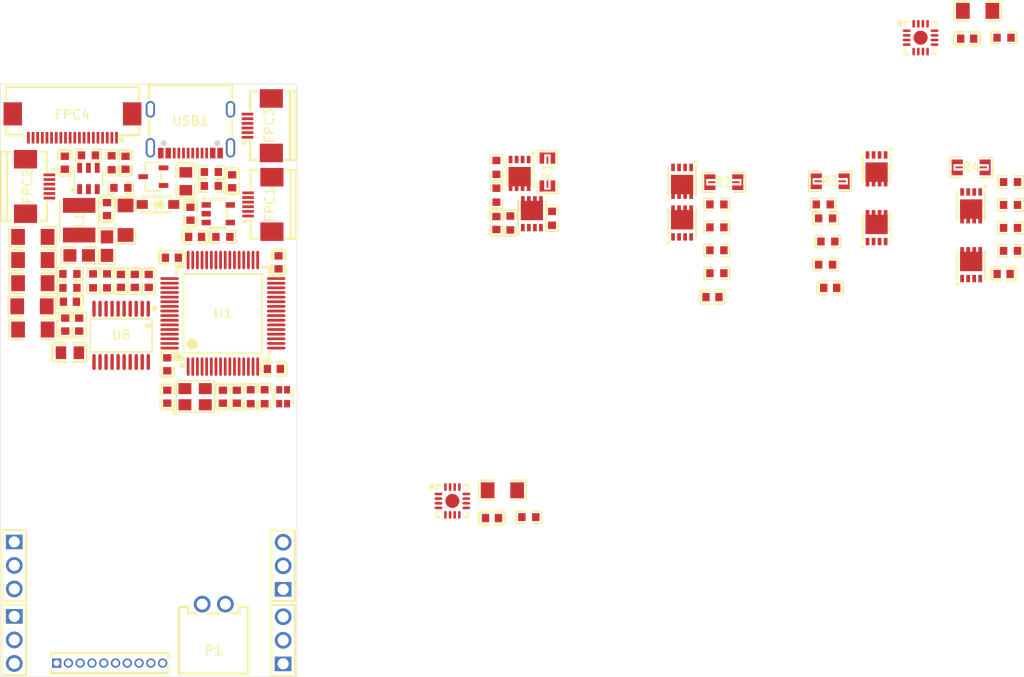
<source format=kicad_pcb>
(kicad_pcb (version 20241229) (generator "pcbnew") (generator_version "9.0")
  (layers (0 "F.Cu" signal) (2 "B.Cu" signal) (13 "F.Paste" user) (15 "B.Paste" user) (5 "F.SilkS" user "F.Silkscreen") (7 "B.SilkS" user "B.Silkscreen") (1 "F.Mask" user) (3 "B.Mask" user) (25 "Edge.Cuts" user))
  (net 0 "")
  (net 1 "VCC")
  (net 2 "GND")
  (net 3 "5V")
  (net 4 "Buck-FB")
  (net 5 "3V3")
  (net 6 "3V3A")
  (net 7 "Net-(D1-+)")
  (net 8 "USB_D_N")
  (net 9 "USB_D_P")
  (net 10 "USB:5V")
  (net 11 "+Probe-1")
  (net 12 "-Probe-1")
  (net 13 "+Probe-2")
  (net 15 "-Probe-2")
  (net 16 "+Probe-3")
  (net 17 "-Probe-3")
  (net 19 "-Probe-4")
  (net 20 "+Probe-4")
  (net 23 "Net-(USB1-CC1)")
  (net 24 "Net-(USB1-CC2)")
  (net 27 "N-Gate-1")
  (net 29 "P-Gate-1")
  (net 30 "N-Gate-2")
  (net 31 "M1")
  (net 32 "P-Gate-2")
  (net 33 "N-Gate-3")
  (net 34 "Net-(U6-VCC1)")
  (net 35 "P-Gate-3")
  (net 36 "N-Gate-4")
  (net 37 "M2")
  (net 38 "P-Gate-4")
  (net 39 "M3")
  (net 40 "TIM1_CH2N")
  (net 41 "TIM1_CH1")
  (net 42 "TIM1_CH1N")
  (net 43 "TIM1_CH2")
  (net 45 "TIM1_CH4")
  (net 48 "TIM1_CH4N")
  (net 50 "TIM1_CH3N")
  (net 51 "TIM1_CH3")
  (net 54 "ADC1_IN3{slash}HALF_3V3_REF")
  (net 55 "ADC2_IN15{slash}VOLTAGE")
  (net 56 "OPAMP1_VINP{slash}M1_VOLTAGE")
  (net 57 "OPAMP2_VINP{slash}M2_VOLTAGE")
  (net 58 "OPAMP3_VINP{slash}M3_VOLTAGE")
  (net 59 "NRST")
  (net 60 "ADC1_IN11{slash}M4_VOLTAGE")
  (net 69 "TIM4_CH1{slash}RED_LED")
  (net 70 "TIM4_CH2{slash}GREEN_LED")
  (net 71 "TIM2_CH3{slash}BLUE_LED")
  (net 72 "M4")
  (net 73 "I2C2_SDA")
  (net 74 "I2C2_SCL")
  (net 75 "I2C3_SDA")
  (net 76 "ADC2_IN17{slash}POT_3")
  (net 77 "SPI3_MISO")
  (net 78 "USART3_RX")
  (net 79 "FREE_IO_2")
  (net 80 "SPI3_NSS")
  (net 81 "ADC2_IN14{slash}M4_CURRENT")
  (net 82 "ADC1_IN8{slash}POT_2")
  (net 83 "USART3_TX")
  (net 84 "TIM3_CH3{slash}ENCODER_3")
  (net 85 "SYS_JTMS-SVDIO")
  (net 86 "ADC1_IN12{slash}M3_CURRENT")
  (net 87 "ADC1_IN7{slash}POT_1")
  (net 88 "SYS_JTCK-SWCLK")
  (net 89 "SPI3_MOSI")
  (net 90 "TIM3_CH2{slash}ENCODER_2")
  (net 91 "I2C3_SCL")
  (net 92 "ADC1_IN1{slash}M1_CURRENT")
  (net 93 "TOOL_SWITCH")
  (net 94 "SPI3_SCK")
  (net 95 "FREE_IO_1")
  (net 96 "ADC2_IN3{slash}M2_CURRENT")
  (net 97 "BOOT0{slash}STOP")
  (net 98 "TIM3_CH1{slash}ENCODER_1")
  (net 99 "DIRECTION_SWITCH")
  (net 100 "M-Center")
  (net 101 "Net-(U1-PF0-OSC_IN)")
  (net 102 "Net-(U1-PF1-OSC_OUT)")
  (net 103 "Net-(U5-VCC1)")
  (net 109 "/Buck-Bootstrap-Capacitor")
  (net 110 "/Buck-Output-SW")
  (net 111 "/Buck-Probe-Point")
  (net 112 "/LDO-Bypass-Capacitor")
  (net 113 "/Blue-LED")
  (net 114 "/Red-LED")
  (net 115 "/Green-LED")
  (net 116 "/Gate-1-Negative")
  (net 117 "/Gate-1-Positive")
  (net 118 "/Gate-2-Negative")
  (net 119 "/Gate-2-Positive")
  (net 120 "/Gate-3-Negative")
  (net 121 "/Gate-3-Positive")
  (net 122 "/Gate-4-Negative")
  (net 123 "/Gate-4-Positive")
  (net 124 "/Shunt-1")
  (net 125 "/Shunt-2")
  (net 126 "/Shunt-3")
  (net 127 "/Shunt-4")
  (footprint "Library:R0603" (layer "F.Cu") (at 55.5 48.7)
    (property "Reference" "R6" (hide yes))
    (property "Value" "13kΩ" (hide yes))
    (pad "1" smd rect (at -0.7535 0) (size 0.8065 0.864) (layers "F.Cu" "F.Mask" "F.Paste") (net 2 "GND"))
    (pad "2" smd rect (at 0.7535 0) (size 0.8065 0.864) (layers "F.Cu" "F.Mask" "F.Paste") (net 4 "Buck-FB"))
  )
  (footprint "Library:IND-SMD_L4.0-W4.0" (layer "F.Cu") (at 54.5 55.7 -90)
    (property "Reference" "L1" (at 0 0 90) (layer "F.SilkS"))
    (property "Value" "15uH" (hide yes))
    (pad "1" smd rect (at -1.6 0 270) (size 1.6 3.5) (layers "F.Cu" "F.Mask" "F.Paste") (net 110 "/Buck-Output-SW"))
    (pad "2" smd rect (at 1.6 0 270) (size 1.6 3.5) (layers "F.Cu" "F.Mask" "F.Paste") (net 3 "5V"))
  )
  (footprint "Library:C0603" (layer "F.Cu") (at 54.5 66.966 -90)
    (property "Reference" "C12" (hide yes))
    (property "Value" "1uF" (hide yes))
    (pad "1" smd rect (at -0.7 0 270) (size 0.8 0.9) (layers "F.Cu" "F.Mask" "F.Paste") (net 2 "GND"))
    (pad "2" smd rect (at 0.7 0 270) (size 0.8 0.9) (layers "F.Cu" "F.Mask" "F.Paste") (net 6 "3V3A"))
  )
  (footprint "Library:C0603" (layer "F.Cu") (at 99.022251 87.850251)
    (property "Reference" "C502" (hide yes))
    (property "Value" "100nF" (hide yes))
    (pad "1" smd rect (at -0.7 0) (size 0.8 0.9) (layers "F.Cu" "F.Mask" "F.Paste") (net 2 "GND"))
    (pad "2" smd rect (at 0.7 0) (size 0.8 0.9) (layers "F.Cu" "F.Mask" "F.Paste") (net 1 "VCC"))
  )
  (footprint "Library:HDR-TH_3P-P2.54-V-M-1" (layer "F.Cu") (at 76.5 101.04 90)
    (property "Reference" "H2" (hide yes))
    (property "Value" "2.54mm 3P header" (hide yes))
    (pad "1" thru_hole rect (at -2.54 0 90) (size 1.575 1.8) (drill 1.2) (layers "*.Cu" "*.Mask") (net 5 "3V3"))
    (pad "2" thru_hole circle (at 0 0 90) (size 1.8 1.8) (drill 1.2) (layers "*.Cu" "*.Mask") (net 82 "ADC1_IN8{slash}POT_2"))
    (pad "3" thru_hole circle (at 2.54 0 90) (size 1.8 1.8) (drill 1.2) (layers "*.Cu" "*.Mask") (net 2 "GND"))
  )
  (footprint "Library:LQFP-64_L10.0-W10.0-P0.50-LS12.0-BL" (layer "F.Cu") (at 70 65.75)
    (property "Reference" "U1" (at 0 0 0) (layer "F.SilkS"))
    (property "Value" "~" (hide yes))
    (pad "1" smd oval (at -3.75 5.75) (size 0.3 2) (layers "F.Cu" "F.Mask" "F.Paste") (net 5 "3V3"))
    (pad "2" smd oval (at -3.25 5.75) (size 0.3 2) (layers "F.Cu" "F.Mask" "F.Paste") (net 42 "TIM1_CH1N"))
    (pad "3" smd oval (at -2.75 5.75) (size 0.3 2) (layers "F.Cu" "F.Mask" "F.Paste") (net 95 "FREE_IO_1"))
    (pad "4" smd oval (at -2.25 5.75) (size 0.3 2) (layers "F.Cu" "F.Mask" "F.Paste") (net 79 "FREE_IO_2"))
    (pad "5" smd oval (at -1.75 5.75) (size 0.3 2) (layers "F.Cu" "F.Mask" "F.Paste") (net 101 "Net-(U1-PF0-OSC_IN)"))
    (pad "6" smd oval (at -1.25 5.75) (size 0.3 2) (layers "F.Cu" "F.Mask" "F.Paste") (net 102 "Net-(U1-PF1-OSC_OUT)"))
    (pad "7" smd oval (at -0.75 5.75) (size 0.3 2) (layers "F.Cu" "F.Mask" "F.Paste") (net 59 "NRST"))
    (pad "8" smd oval (at -0.25 5.75) (size 0.3 2) (layers "F.Cu" "F.Mask" "F.Paste") (net 41 "TIM1_CH1"))
    (pad "9" smd oval (at 0.25 5.75) (size 0.3 2) (layers "F.Cu" "F.Mask" "F.Paste") (net 87 "ADC1_IN7{slash}POT_1"))
    (pad "10" smd oval (at 0.75 5.75) (size 0.3 2) (layers "F.Cu" "F.Mask" "F.Paste") (net 82 "ADC1_IN8{slash}POT_2"))
    (pad "11" smd oval (at 1.25 5.75) (size 0.3 2) (layers "F.Cu" "F.Mask" "F.Paste") (net 45 "TIM1_CH4"))
    (pad "12" smd oval (at 1.75 5.75) (size 0.3 2) (layers "F.Cu" "F.Mask" "F.Paste") (net 92 "ADC1_IN1{slash}M1_CURRENT"))
    (pad "13" smd oval (at 2.25 5.75) (size 0.3 2) (layers "F.Cu" "F.Mask" "F.Paste") (net 56 "OPAMP1_VINP{slash}M1_VOLTAGE"))
    (pad "14" smd oval (at 2.75 5.75) (size 0.3 2) (layers "F.Cu" "F.Mask" "F.Paste") (net 54 "ADC1_IN3{slash}HALF_3V3_REF"))
    (pad "15" smd oval (at 3.25 5.75) (size 0.3 2) (layers "F.Cu" "F.Mask" "F.Paste") (net 2 "GND"))
    (pad "16" smd oval (at 3.75 5.75) (size 0.3 2) (layers "F.Cu" "F.Mask" "F.Paste") (net 5 "3V3"))
    (pad "17" smd oval (at 5.75 3.75) (size 2 0.3) (layers "F.Cu" "F.Mask" "F.Paste") (net 54 "ADC1_IN3{slash}HALF_3V3_REF"))
    (pad "18" smd oval (at 5.75 3.25) (size 2 0.3) (layers "F.Cu" "F.Mask" "F.Paste") (net 76 "ADC2_IN17{slash}POT_3"))
    (pad "19" smd oval (at 5.75 2.75) (size 2 0.3) (layers "F.Cu" "F.Mask" "F.Paste") (net 54 "ADC1_IN3{slash}HALF_3V3_REF"))
    (pad "20" smd oval (at 5.75 2.25) (size 2 0.3) (layers "F.Cu" "F.Mask" "F.Paste") (net 96 "ADC2_IN3{slash}M2_CURRENT"))
    (pad "21" smd oval (at 5.75 1.75) (size 2 0.3) (layers "F.Cu" "F.Mask" "F.Paste") (net 57 "OPAMP2_VINP{slash}M2_VOLTAGE"))
    (pad "22" smd oval (at 5.75 1.25) (size 2 0.3) (layers "F.Cu" "F.Mask" "F.Paste") (net 74 "I2C2_SCL"))
    (pad "23" smd oval (at 5.75 0.75) (size 2 0.3) (layers "F.Cu" "F.Mask" "F.Paste") (net 48 "TIM1_CH4N"))
    (pad "24" smd oval (at 5.75 0.25) (size 2 0.3) (layers "F.Cu" "F.Mask" "F.Paste") (net 84 "TIM3_CH3{slash}ENCODER_3"))
    (pad "25" smd oval (at 5.75 -0.25) (size 2 0.3) (layers "F.Cu" "F.Mask" "F.Paste") (net 86 "ADC1_IN12{slash}M3_CURRENT"))
    (pad "26" smd oval (at 5.75 -0.75) (size 2 0.3) (layers "F.Cu" "F.Mask" "F.Paste") (net 54 "ADC1_IN3{slash}HALF_3V3_REF"))
    (pad "27" smd oval (at 5.75 -1.25) (size 2 0.3) (layers "F.Cu" "F.Mask" "F.Paste") (net 2 "GND"))
    (pad "28" smd oval (at 5.75 -1.75) (size 2 0.3) (layers "F.Cu" "F.Mask" "F.Paste"))
    (pad "29" smd oval (at 5.75 -2.25) (size 2 0.3) (layers "F.Cu" "F.Mask" "F.Paste") (net 6 "3V3A"))
    (pad "30" smd oval (at 5.75 -2.75) (size 2 0.3) (layers "F.Cu" "F.Mask" "F.Paste") (net 71 "TIM2_CH3{slash}BLUE_LED"))
    (pad "31" smd oval (at 5.75 -3.25) (size 2 0.3) (layers "F.Cu" "F.Mask" "F.Paste") (net 2 "GND"))
    (pad "32" smd oval (at 5.75 -3.75) (size 2 0.3) (layers "F.Cu" "F.Mask" "F.Paste") (net 5 "3V3"))
    (pad "33" smd oval (at 3.75 -5.75) (size 0.3 2) (layers "F.Cu" "F.Mask" "F.Paste") (net 81 "ADC2_IN14{slash}M4_CURRENT"))
    (pad "34" smd oval (at 3.25 -5.75) (size 0.3 2) (layers "F.Cu" "F.Mask" "F.Paste") (net 60 "ADC1_IN11{slash}M4_VOLTAGE"))
    (pad "35" smd oval (at 2.75 -5.75) (size 0.3 2) (layers "F.Cu" "F.Mask" "F.Paste") (net 58 "OPAMP3_VINP{slash}M3_VOLTAGE"))
    (pad "36" smd oval (at 2.25 -5.75) (size 0.3 2) (layers "F.Cu" "F.Mask" "F.Paste") (net 40 "TIM1_CH2N"))
    (pad "37" smd oval (at 1.75 -5.75) (size 0.3 2) (layers "F.Cu" "F.Mask" "F.Paste") (net 55 "ADC2_IN15{slash}VOLTAGE"))
    (pad "38" smd oval (at 1.25 -5.75) (size 0.3 2) (layers "F.Cu" "F.Mask" "F.Paste") (net 98 "TIM3_CH1{slash}ENCODER_1"))
    (pad "39" smd oval (at 0.75 -5.75) (size 0.3 2) (layers "F.Cu" "F.Mask" "F.Paste") (net 90 "TIM3_CH2{slash}ENCODER_2"))
    (pad "40" smd oval (at 0.25 -5.75) (size 0.3 2) (layers "F.Cu" "F.Mask" "F.Paste") (net 91 "I2C3_SCL"))
    (pad "41" smd oval (at -0.25 -5.75) (size 0.3 2) (layers "F.Cu" "F.Mask" "F.Paste") (net 75 "I2C3_SDA"))
    (pad "42" smd oval (at -0.75 -5.75) (size 0.3 2) (layers "F.Cu" "F.Mask" "F.Paste") (net 73 "I2C2_SDA"))
    (pad "43" smd oval (at -1.25 -5.75) (size 0.3 2) (layers "F.Cu" "F.Mask" "F.Paste") (net 43 "TIM1_CH2"))
    (pad "44" smd oval (at -1.75 -5.75) (size 0.3 2) (layers "F.Cu" "F.Mask" "F.Paste") (net 51 "TIM1_CH3"))
    (pad "45" smd oval (at -2.25 -5.75) (size 0.3 2) (layers "F.Cu" "F.Mask" "F.Paste") (net 8 "USB_D_N"))
    (pad "46" smd oval (at -2.75 -5.75) (size 0.3 2) (layers "F.Cu" "F.Mask" "F.Paste") (net 9 "USB_D_P"))
    (pad "47" smd oval (at -3.25 -5.75) (size 0.3 2) (layers "F.Cu" "F.Mask" "F.Paste") (net 2 "GND"))
    (pad "48" smd oval (at -3.75 -5.75) (size 0.3 2) (layers "F.Cu" "F.Mask" "F.Paste") (net 5 "3V3"))
    (pad "49" smd oval (at -5.75 -3.75) (size 2 0.3) (layers "F.Cu" "F.Mask" "F.Paste") (net 85 "SYS_JTMS-SVDIO"))
    (pad "50" smd oval (at -5.75 -3.25) (size 2 0.3) (layers "F.Cu" "F.Mask" "F.Paste") (net 88 "SYS_JTCK-SWCLK"))
    (pad "51" smd oval (at -5.75 -2.75) (size 2 0.3) (layers "F.Cu" "F.Mask" "F.Paste") (net 80 "SPI3_NSS"))
    (pad "52" smd oval (at -5.75 -2.25) (size 2 0.3) (layers "F.Cu" "F.Mask" "F.Paste") (net 83 "USART3_TX"))
    (pad "53" smd oval (at -5.75 -1.75) (size 2 0.3) (layers "F.Cu" "F.Mask" "F.Paste") (net 78 "USART3_RX"))
    (pad "54" smd oval (at -5.75 -1.25) (size 2 0.3) (layers "F.Cu" "F.Mask" "F.Paste") (net 89 "SPI3_MOSI"))
    (pad "55" smd oval (at -5.75 -0.75) (size 2 0.3) (layers "F.Cu" "F.Mask" "F.Paste") (net 99 "DIRECTION_SWITCH"))
    (pad "56" smd oval (at -5.75 -0.25) (size 2 0.3) (layers "F.Cu" "F.Mask" "F.Paste") (net 94 "SPI3_SCK"))
    (pad "57" smd oval (at -5.75 0.25) (size 2 0.3) (layers "F.Cu" "F.Mask" "F.Paste") (net 77 "SPI3_MISO"))
    (pad "58" smd oval (at -5.75 0.75) (size 2 0.3) (layers "F.Cu" "F.Mask" "F.Paste") (net 93 "TOOL_SWITCH"))
    (pad "59" smd oval (at -5.75 1.25) (size 2 0.3) (layers "F.Cu" "F.Mask" "F.Paste") (net 69 "TIM4_CH1{slash}RED_LED"))
    (pad "60" smd oval (at -5.75 1.75) (size 2 0.3) (layers "F.Cu" "F.Mask" "F.Paste") (net 70 "TIM4_CH2{slash}GREEN_LED"))
    (pad "61" smd oval (at -5.75 2.25) (size 2 0.3) (layers "F.Cu" "F.Mask" "F.Paste") (net 97 "BOOT0{slash}STOP"))
    (pad "62" smd oval (at -5.75 2.75) (size 2 0.3) (layers "F.Cu" "F.Mask" "F.Paste") (net 50 "TIM1_CH3N"))
    (pad "63" smd oval (at -5.75 3.25) (size 2 0.3) (layers "F.Cu" "F.Mask" "F.Paste") (net 2 "GND"))
    (pad "64" smd oval (at -5.75 3.75) (size 2 0.3) (layers "F.Cu" "F.Mask" "F.Paste") (net 5 "3V3"))
  )
  (footprint "Library:FPC-SMD_6P-P0.50_XUNPU_FPC-05F-6PH20" (layer "F.Cu") (at 74 54 90)
    (property "Reference" "FPC1" (at 0 1.0635 90) (layer "F.SilkS"))
    (property "Value" "~" (hide yes))
    (pad "1" smd rect (at -1.25 -1.2875 90) (size 0.3 1.25) (layers "F.Cu" "F.Mask" "F.Paste") (net 2 "GND"))
    (pad "2" smd rect (at -0.75 -1.2875 90) (size 0.3 1.25) (layers "F.Cu" "F.Mask" "F.Paste") (net 5 "3V3"))
    (pad "3" smd rect (at -0.25 -1.2875 90) (size 0.3 1.25) (layers "F.Cu" "F.Mask" "F.Paste") (net 88 "SYS_JTCK-SWCLK"))
    (pad "4" smd rect (at 0.25 -1.2875 90) (size 0.3 1.25) (layers "F.Cu" "F.Mask" "F.Paste") (net 85 "SYS_JTMS-SVDIO"))
    (pad "5" smd rect (at 0.75 -1.2875 90) (size 0.3 1.25) (layers "F.Cu" "F.Mask" "F.Paste") (net 59 "NRST"))
    (pad "6" smd rect (at 1.25 -1.2875 90) (size 0.3 1.25) (layers "F.Cu" "F.Mask" "F.Paste") (net 10 "USB:5V"))
    (pad "7" smd rect (at 2.94 1.2875 90) (size 2 2.5) (layers "F.Cu" "F.Mask" "F.Paste"))
    (pad "8" smd rect (at -2.94 1.2875 90) (size 2 2.5) (layers "F.Cu" "F.Mask" "F.Paste"))
  )
  (footprint "Library:C0603" (layer "F.Cu") (at 99.5 56 90)
    (property "Reference" "C101" (hide yes))
    (property "Value" "1nF" (hide yes))
    (pad "1" smd rect (at -0.7 0 90) (size 0.8 0.9) (layers "F.Cu" "F.Mask" "F.Paste") (net 2 "GND"))
    (pad "2" smd rect (at 0.7 0 90) (size 0.8 0.9) (layers "F.Cu" "F.Mask" "F.Paste") (net 56 "OPAMP1_VINP{slash}M1_VOLTAGE"))
  )
  (footprint "Library:R0603" (layer "F.Cu") (at 154.9465 54.053)
    (property "Reference" "R402" (hide yes))
    (property "Value" "10Ω" (hide yes))
    (pad "1" smd rect (at -0.7535 0) (size 0.8065 0.864) (layers "F.Cu" "F.Mask" "F.Paste") (net 123 "/Gate-4-Positive"))
    (pad "2" smd rect (at 0.7535 0) (size 0.8065 0.864) (layers "F.Cu" "F.Mask" "F.Paste") (net 38 "P-Gate-4"))
  )
  (footprint "Library:C0603" (layer "F.Cu") (at 66.5 55 -90)
    (property "Reference" "C7" (hide yes))
    (property "Value" "1uF" (hide yes))
    (pad "1" smd rect (at -0.7 0 270) (size 0.8 0.9) (layers "F.Cu" "F.Mask" "F.Paste") (net 2 "GND"))
    (pad "2" smd rect (at 0.7 0 270) (size 0.8 0.9) (layers "F.Cu" "F.Mask" "F.Paste") (net 3 "5V"))
  )
  (footprint "Library:R0603" (layer "F.Cu") (at 58 49.5 -90)
    (property "Reference" "R5" (hide yes))
    (property "Value" "100kΩ" (hide yes))
    (pad "1" smd rect (at -0.7535 0 270) (size 0.8065 0.864) (layers "F.Cu" "F.Mask" "F.Paste") (net 4 "Buck-FB"))
    (pad "2" smd rect (at 0.7535 0 270) (size 0.8065 0.864) (layers "F.Cu" "F.Mask" "F.Paste") (net 111 "/Buck-Probe-Point"))
  )
  (footprint "Library:HDR-TH_3P-P2.54-V-M-1" (layer "F.Cu") (at 47.5 92.96 -90)
    (property "Reference" "H3" (hide yes))
    (property "Value" "2.54mm 3P header" (hide yes))
    (pad "1" thru_hole rect (at -2.54 0 270) (size 1.575 1.8) (drill 1.2) (layers "*.Cu" "*.Mask") (net 5 "3V3"))
    (pad "2" thru_hole circle (at 0 0 270) (size 1.8 1.8) (drill 1.2) (layers "*.Cu" "*.Mask") (net 76 "ADC2_IN17{slash}POT_3"))
    (pad "3" thru_hole circle (at 2.54 0 270) (size 1.8 1.8) (drill 1.2) (layers "*.Cu" "*.Mask") (net 2 "GND"))
  )
  (footprint "Library:SOT-23-6_L2.9-W1.6-P0.95-LS2.8-BL" (layer "F.Cu") (at 55.5 51.2)
    (property "Reference" "U4" (hide yes))
    (property "Value" "~" (hide yes))
    (pad "1" smd rect (at -0.95 1.149) (size 0.532 1.072) (layers "F.Cu" "F.Mask" "F.Paste") (net 2 "GND"))
    (pad "2" smd rect (at 0 1.149) (size 0.532 1.072) (layers "F.Cu" "F.Mask" "F.Paste") (net 110 "/Buck-Output-SW"))
    (pad "3" smd rect (at 0.95 1.149) (size 0.532 1.072) (layers "F.Cu" "F.Mask" "F.Paste") (net 1 "VCC"))
    (pad "4" smd rect (at 0.95 -1.149) (size 0.532 1.072) (layers "F.Cu" "F.Mask" "F.Paste") (net 4 "Buck-FB"))
    (pad "5" smd rect (at 0 -1.149) (size 0.532 1.072) (layers "F.Cu" "F.Mask" "F.Paste"))
    (pad "6" smd rect (at -0.95 -1.149) (size 0.532 1.072) (layers "F.Cu" "F.Mask" "F.Paste") (net 109 "/Buck-Bootstrap-Capacitor"))
  )
  (footprint "Library:FPC-SMD_6P-P0.50_XUNPU_FPC-05F-6PH20" (layer "F.Cu") (at 50 52.06 -90)
    (property "Reference" "FPC2" (at 0 1.0635 90) (layer "F.SilkS"))
    (property "Value" "~" (hide yes))
    (pad "1" smd rect (at -1.25 -1.2875 270) (size 0.3 1.25) (layers "F.Cu" "F.Mask" "F.Paste") (net 2 "GND"))
    (pad "2" smd rect (at -0.75 -1.2875 270) (size 0.3 1.25) (layers "F.Cu" "F.Mask" "F.Paste") (net 5 "3V3"))
    (pad "3" smd rect (at -0.25 -1.2875 270) (size 0.3 1.25) (layers "F.Cu" "F.Mask" "F.Paste") (net 73 "I2C2_SDA"))
    (pad "4" smd rect (at 0.25 -1.2875 270) (size 0.3 1.25) (layers "F.Cu" "F.Mask" "F.Paste") (net 74 "I2C2_SCL"))
    (pad "5" smd rect (at 0.75 -1.2875 270) (size 0.3 1.25) (layers "F.Cu" "F.Mask" "F.Paste") (net 95 "FREE_IO_1"))
    (pad "6" smd rect (at 1.25 -1.2875 270) (size 0.3 1.25) (layers "F.Cu" "F.Mask" "F.Paste") (net 79 "FREE_IO_2"))
    (pad "7" smd rect (at 2.94 1.2875 270) (size 2 2.5) (layers "F.Cu" "F.Mask" "F.Paste"))
    (pad "8" smd rect (at -2.94 1.2875 270) (size 2 2.5) (layers "F.Cu" "F.Mask" "F.Paste"))
  )
  (footprint "Library:C1206" (layer "F.Cu") (at 49.5 67.5)
    (property "Reference" "C16" (hide yes))
    (property "Value" "10uF" (hide yes))
    (pad "1" smd rect (at -1.5925 0) (size 1.485 1.728) (layers "F.Cu" "F.Mask" "F.Paste") (net 2 "GND"))
    (pad "2" smd rect (at 1.5925 0) (size 1.485 1.728) (layers "F.Cu" "F.Mask" "F.Paste") (net 1 "VCC"))
  )
  (footprint "Library:R0603" (layer "F.Cu") (at 68.7535 52 180)
    (property "Reference" "R12" (hide yes))
    (property "Value" "5.1kΩ" (hide yes))
    (pad "1" smd rect (at -0.7535 0 180) (size 0.8065 0.864) (layers "F.Cu" "F.Mask" "F.Paste") (net 2 "GND"))
    (pad "2" smd rect (at 0.7535 0 180) (size 0.8065 0.864) (layers "F.Cu" "F.Mask" "F.Paste") (net 24 "Net-(USB1-CC2)"))
  )
  (footprint "Library:DFN-8_L3.0-W3.0-P0.65-BL-MOSFET" (layer "F.Cu") (at 119.525 51.5 180)
    (property "Reference" "Q3" (hide yes))
    (property "Value" "~" (hide yes))
    (pad "1" smd rect (at -0.975 1.5) (size 0.4 0.8) (layers "F.Cu" "F.Mask" "F.Paste") (net 125 "/Shunt-2"))
    (pad "1" smd rect (at -0.325 1.5) (size 0.4 0.8) (layers "F.Cu" "F.Mask" "F.Paste") (net 125 "/Shunt-2"))
    (pad "1" smd rect (at 0.325 1.5) (size 0.4 0.8) (layers "F.Cu" "F.Mask" "F.Paste") (net 125 "/Shunt-2"))
    (pad "2" smd rect (at 0.975 1.5) (size 0.4 0.8) (layers "F.Cu" "F.Mask" "F.Paste") (net 118 "/Gate-2-Negative"))
    (pad "3" smd rect (at -0.975 -1.5) (size 0.4 0.8) (layers "F.Cu" "F.Mask" "F.Paste") (net 37 "M2"))
    (pad "3" smd rect (at -0.325 -1.5) (size 0.4 0.8) (layers "F.Cu" "F.Mask" "F.Paste") (net 37 "M2"))
    (pad "3" smd rect (at 0 -0.35 180) (size 2.4 2.1) (layers "F.Cu" "F.Mask" "F.Paste") (net 37 "M2"))
    (pad "3" smd rect (at 0.325 -1.5) (size 0.4 0.8) (layers "F.Cu" "F.Mask" "F.Paste") (net 37 "M2"))
    (pad "3" smd rect (at 0.975 -1.5) (size 0.4 0.8) (layers "F.Cu" "F.Mask" "F.Paste") (net 37 "M2"))
  )
  (footprint "Library:DFN-8_L3.0-W3.0-P0.65-BL-MOSFET" (layer "F.Cu") (at 150.7 60.5)
    (property "Reference" "Q8" (hide yes))
    (property "Value" "~" (hide yes))
    (pad "1" smd rect (at -0.975 1.5 180) (size 0.4 0.8) (layers "F.Cu" "F.Mask" "F.Paste") (net 1 "VCC"))
    (pad "1" smd rect (at -0.325 1.5 180) (size 0.4 0.8) (layers "F.Cu" "F.Mask" "F.Paste") (net 1 "VCC"))
    (pad "1" smd rect (at 0.325 1.5 180) (size 0.4 0.8) (layers "F.Cu" "F.Mask" "F.Paste") (net 1 "VCC"))
    (pad "2" smd rect (at 0.975 1.5 180) (size 0.4 0.8) (layers "F.Cu" "F.Mask" "F.Paste") (net 123 "/Gate-4-Positive"))
    (pad "3" smd rect (at -0.975 -1.5 180) (size 0.4 0.8) (layers "F.Cu" "F.Mask" "F.Paste") (net 72 "M4"))
    (pad "3" smd rect (at -0.325 -1.5 180) (size 0.4 0.8) (layers "F.Cu" "F.Mask" "F.Paste") (net 72 "M4"))
    (pad "3" smd rect (at 0 -0.35) (size 2.4 2.1) (layers "F.Cu" "F.Mask" "F.Paste") (net 72 "M4"))
    (pad "3" smd rect (at 0.325 -1.5 180) (size 0.4 0.8) (layers "F.Cu" "F.Mask" "F.Paste") (net 72 "M4"))
    (pad "3" smd rect (at 0.975 -1.5 180) (size 0.4 0.8) (layers "F.Cu" "F.Mask" "F.Paste") (net 72 "M4"))
  )
  (footprint "Library:L0805" (layer "F.Cu") (at 53.5 70)
    (property "Reference" "L2" (hide yes))
    (property "Value" "10uH" (hide yes))
    (pad "1" smd rect (at -0.966 0) (size 1.1325 1.377) (layers "F.Cu" "F.Mask" "F.Paste") (net 5 "3V3"))
    (pad "2" smd rect (at 0.966 0) (size 1.1325 1.377) (layers "F.Cu" "F.Mask" "F.Paste") (net 6 "3V3A"))
  )
  (footprint "Library:TSSOP-20_L6.5-W4.4-P0.65-LS6.4-BL" (layer "F.Cu") (at 59.025 68.129 180)
    (property "Reference" "U8" (at 0 0 0) (layer "F.SilkS"))
    (property "Value" "~" (hide yes))
    (pad "1" smd oval (at -2.925 2.871 180) (size 0.364 1.742) (layers "F.Cu" "F.Mask" "F.Paste") (net 54 "ADC1_IN3{slash}HALF_3V3_REF"))
    (pad "2" smd oval (at -2.275 2.871 180) (size 0.364 1.742) (layers "F.Cu" "F.Mask" "F.Paste") (net 92 "ADC1_IN1{slash}M1_CURRENT"))
    (pad "3" smd oval (at -1.625 2.871 180) (size 0.364 1.742) (layers "F.Cu" "F.Mask" "F.Paste") (net 12 "-Probe-1"))
    (pad "4" smd oval (at -0.975 2.871 180) (size 0.364 1.742) (layers "F.Cu" "F.Mask" "F.Paste") (net 11 "+Probe-1"))
    (pad "5" smd oval (at -0.325 2.871 180) (size 0.364 1.742) (layers "F.Cu" "F.Mask" "F.Paste") (net 5 "3V3"))
    (pad "6" smd oval (at 0.325 2.871 180) (size 0.364 1.742) (layers "F.Cu" "F.Mask" "F.Paste") (net 13 "+Probe-2"))
    (pad "7" smd oval (at 0.975 2.871 180) (size 0.364 1.742) (layers "F.Cu" "F.Mask" "F.Paste") (net 15 "-Probe-2"))
    (pad "8" smd oval (at 1.625 2.871 180) (size 0.364 1.742) (layers "F.Cu" "F.Mask" "F.Paste") (net 96 "ADC2_IN3{slash}M2_CURRENT"))
    (pad "9" smd oval (at 2.275 2.871 180) (size 0.364 1.742) (layers "F.Cu" "F.Mask" "F.Paste") (net 54 "ADC1_IN3{slash}HALF_3V3_REF"))
    (pad "10" smd oval (at 2.925 2.871 180) (size 0.364 1.742) (layers "F.Cu" "F.Mask" "F.Paste"))
    (pad "11" smd oval (at 2.925 -2.871 180) (size 0.364 1.742) (layers "F.Cu" "F.Mask" "F.Paste"))
    (pad "12" smd oval (at 2.275 -2.871 180) (size 0.364 1.742) (layers "F.Cu" "F.Mask" "F.Paste") (net 54 "ADC1_IN3{slash}HALF_3V3_REF"))
    (pad "13" smd oval (at 1.625 -2.871 180) (size 0.364 1.742) (layers "F.Cu" "F.Mask" "F.Paste") (net 86 "ADC1_IN12{slash}M3_CURRENT"))
    (pad "14" smd oval (at 0.975 -2.871 180) (size 0.364 1.742) (layers "F.Cu" "F.Mask" "F.Paste") (net 17 "-Probe-3"))
    (pad "15" smd oval (at 0.325 -2.871 180) (size 0.364 1.742) (layers "F.Cu" "F.Mask" "F.Paste") (net 16 "+Probe-3"))
    (pad "16" smd oval (at -0.325 -2.871 180) (size 0.364 1.742) (layers "F.Cu" "F.Mask" "F.Paste") (net 2 "GND"))
    (pad "17" smd oval (at -0.975 -2.871 180) (size 0.364 1.742) (layers "F.Cu" "F.Mask" "F.Paste") (net 20 "+Probe-4"))
    (pad "18" smd oval (at -1.625 -2.871 180) (size 0.364 1.742) (layers "F.Cu" "F.Mask" "F.Paste") (net 19 "-Probe-4"))
    (pad "19" smd oval (at -2.275 -2.871 180) (size 0.364 1.742) (layers "F.Cu" "F.Mask" "F.Paste") (net 81 "ADC2_IN14{slash}M4_CURRENT"))
    (pad "20" smd oval (at -2.925 -2.871 180) (size 0.364 1.742) (layers "F.Cu" "F.Mask" "F.Paste") (net 54 "ADC1_IN3{slash}HALF_3V3_REF"))
  )
  (footprint "Library:QFN-16_L3.0-W3.0-P0.50-TL-EP1.7" (layer "F.Cu") (at 94.75 86)
    (property "Reference" "U5" (hide yes))
    (property "Value" "~" (hide yes))
    (pad "1" smd oval (at -1.5 -0.75) (size 0.85 0.28) (layers "F.Cu" "F.Mask" "F.Paste") (net 41 "TIM1_CH1"))
    (pad "2" smd oval (at -1.5 -0.25) (size 0.85 0.28) (layers "F.Cu" "F.Mask" "F.Paste") (net 2 "GND"))
    (pad "3" smd oval (at -1.5 0.25) (size 0.85 0.28) (layers "F.Cu" "F.Mask" "F.Paste") (net 40 "TIM1_CH2N"))
    (pad "4" smd oval (at -1.5 0.75) (size 0.85 0.28) (layers "F.Cu" "F.Mask" "F.Paste") (net 42 "TIM1_CH1N"))
    (pad "5" smd oval (at -0.75 1.5) (size 0.28 0.85) (layers "F.Cu" "F.Mask" "F.Paste"))
    (pad "6" smd oval (at -0.25 1.5) (size 0.28 0.85) (layers "F.Cu" "F.Mask" "F.Paste") (net 103 "Net-(U5-VCC1)"))
    (pad "7" smd oval (at 0.25 1.5) (size 0.28 0.85) (layers "F.Cu" "F.Mask" "F.Paste") (net 1 "VCC"))
    (pad "8" smd oval (at 0.75 1.5) (size 0.28 0.85) (layers "F.Cu" "F.Mask" "F.Paste") (net 29 "P-Gate-1"))
    (pad "9" smd oval (at 1.5 0.75) (size 0.85 0.28) (layers "F.Cu" "F.Mask" "F.Paste") (net 27 "N-Gate-1"))
    (pad "10" smd oval (at 1.5 0.25) (size 0.85 0.28) (layers "F.Cu" "F.Mask" "F.Paste") (net 32 "P-Gate-2"))
    (pad "11" smd oval (at 1.5 -0.25) (size 0.85 0.28) (layers "F.Cu" "F.Mask" "F.Paste") (net 30 "N-Gate-2"))
    (pad "12" smd oval (at 1.5 -0.75) (size 0.85 0.28) (layers "F.Cu" "F.Mask" "F.Paste"))
    (pad "13" smd oval (at 0.75 -1.5) (size 0.28 0.85) (layers "F.Cu" "F.Mask" "F.Paste"))
    (pad "14" smd oval (at 0.25 -1.5) (size 0.28 0.85) (layers "F.Cu" "F.Mask" "F.Paste") (net 2 "GND"))
    (pad "15" smd oval (at -0.25 -1.5) (size 0.28 0.85) (layers "F.Cu" "F.Mask" "F.Paste") (net 2 "GND"))
    (pad "16" smd oval (at -0.75 -1.5) (size 0.28 0.85) (layers "F.Cu" "F.Mask" "F.Paste") (net 43 "TIM1_CH2"))
    (pad "17" smd circle (at 0 0) (size 1.524 1.524) (layers "F.Cu" "F.Mask" "F.Paste"))
  )
  (footprint "Library:R0603" (layer "F.Cu") (at 101 56 90)
    (property "Reference" "R104" (hide yes))
    (property "Value" "5.1kΩ" (hide yes))
    (pad "1" smd rect (at -0.7535 0 90) (size 0.8065 0.864) (layers "F.Cu" "F.Mask" "F.Paste") (net 2 "GND"))
    (pad "2" smd rect (at 0.7535 0 90) (size 0.8065 0.864) (layers "F.Cu" "F.Mask" "F.Paste") (net 56 "OPAMP1_VINP{slash}M1_VOLTAGE"))
  )
  (footprint "Library:R0603" (layer "F.Cu") (at 105.5 55.5 90)
    (property "Reference" "R102" (hide yes))
    (property "Value" "10Ω" (hide yes))
    (pad "1" smd rect (at -0.7535 0 90) (size 0.8065 0.864) (layers "F.Cu" "F.Mask" "F.Paste") (net 117 "/Gate-1-Positive"))
    (pad "2" smd rect (at 0.7535 0 90) (size 0.8065 0.864) (layers "F.Cu" "F.Mask" "F.Paste") (net 29 "P-Gate-1"))
  )
  (footprint "Library:R0603" (layer "F.Cu") (at 56 62.2465 -90)
    (property "Reference" "R802" (hide yes))
    (property "Value" "10kΩ" (hide yes))
    (pad "1" smd rect (at -0.7535 0 270) (size 0.8065 0.864) (layers "F.Cu" "F.Mask" "F.Paste") (net 54 "ADC1_IN3{slash}HALF_3V3_REF"))
    (pad "2" smd rect (at 0.7535 0 270) (size 0.8065 0.864) (layers "F.Cu" "F.Mask" "F.Paste") (net 6 "3V3A"))
  )
  (footprint "Library:C1206" (layer "F.Cu") (at 59.5 55.7 90)
    (property "Reference" "C3" (hide yes))
    (property "Value" "10uF" (hide yes))
    (pad "1" smd rect (at -1.5925 0 90) (size 1.485 1.728) (layers "F.Cu" "F.Mask" "F.Paste") (net 2 "GND"))
    (pad "2" smd rect (at 1.5925 0 90) (size 1.485 1.728) (layers "F.Cu" "F.Mask" "F.Paste") (net 1 "VCC"))
  )
  (footprint "Library:R0603" (layer "F.Cu") (at 73 74.75 90)
    (property "Reference" "R22" (hide yes))
    (property "Value" "1.5kΩ" (hide yes))
    (pad "1" smd rect (at -0.7535 0 90) (size 0.8065 0.864) (layers "F.Cu" "F.Mask" "F.Paste") (net 115 "/Green-LED"))
    (pad "2" smd rect (at 0.7535 0 90) (size 0.8065 0.864) (layers "F.Cu" "F.Mask" "F.Paste") (net 70 "TIM4_CH2{slash}GREEN_LED"))
  )
  (footprint "Library:C0603" (layer "F.Cu") (at 57.5 54.5 90)
    (property "Reference" "C2" (hide yes))
    (property "Value" "100nF" (hide yes))
    (pad "1" smd rect (at -0.7 0 90) (size 0.8 0.9) (layers "F.Cu" "F.Mask" "F.Paste") (net 2 "GND"))
    (pad "2" smd rect (at 0.7 0 90) (size 0.8 0.9) (layers "F.Cu" "F.Mask" "F.Paste") (net 1 "VCC"))
  )
  (footprint "Library:C0603" (layer "F.Cu") (at 70 74.75 90)
    (property "Reference" "C21" (hide yes))
    (property "Value" "15pF" (hide yes))
    (pad "1" smd rect (at -0.7 0 90) (size 0.8 0.9) (layers "F.Cu" "F.Mask" "F.Paste") (net 2 "GND"))
    (pad "2" smd rect (at 0.7 0 90) (size 0.8 0.9) (layers "F.Cu" "F.Mask" "F.Paste") (net 102 "Net-(U1-PF1-OSC_OUT)"))
  )
  (footprint "Library:USB-C-SMD_TYPE-C16PIN" (layer "F.Cu") (at 66.5 46.09475 180)
    (property "Reference" "USB1" (at 0 1.09475 0) (layer "F.SilkS"))
    (property "Value" "~" (hide yes))
    (fp_poly (pts (xy 3.21222 -1.330421) (xy 3.190261 -1.412372) (xy 3.14784 -1.485847) (xy 3.087847 -1.54584) (xy 3.014372 -1.588261) (xy 2.932421 -1.61022) (xy 2.847579 -1.61022) (xy 2.765628 -1.588261) (xy 2.692153 -1.54584) (xy 2.63216 -1.485847) (xy 2.589739 -1.412372) (xy 2.56778 -1.330421) (xy 2.56778 -1.245579) (xy 2.589739 -1.163628) (xy 2.63216 -1.090153) (xy 2.692153 -1.03016) (xy 2.765628 -0.987739) (xy 2.847579 -0.96578) (xy 2.932421 -0.96578) (xy 3.014372 -0.987739) (xy 3.087847 -1.03016) (xy 3.14784 -1.090153) (xy 3.190261 -1.163628) (xy 3.21222 -1.245579)) (fill yes) (layer "Edge.Cuts"))
    (fp_poly (pts (xy -2.56778 -1.330421) (xy -2.589739 -1.412372) (xy -2.63216 -1.485847) (xy -2.692153 -1.54584) (xy -2.765628 -1.588261) (xy -2.847579 -1.61022) (xy -2.932421 -1.61022) (xy -3.014372 -1.588261) (xy -3.087847 -1.54584) (xy -3.14784 -1.485847) (xy -3.190261 -1.412372) (xy -3.21222 -1.330421) (xy -3.21222 -1.245579) (xy -3.190261 -1.163628) (xy -3.14784 -1.090153) (xy -3.087847 -1.03016) (xy -3.014372 -0.987739) (xy -2.932421 -0.96578) (xy -2.847579 -0.96578) (xy -2.765628 -0.987739) (xy -2.692153 -1.03016) (xy -2.63216 -1.090153) (xy -2.589739 -1.163628) (xy -2.56778 -1.245579)) (fill yes) (layer "Edge.Cuts"))
    (pad "1" thru_hole oval (at -4.32 -1.7875 180) (size 1 2.1) (drill oval 0.6 1.7) (layers "*.Cu" "*.Mask"))
    (pad "2" thru_hole oval (at 4.32 -1.7875 180) (size 1 2.1) (drill oval 0.6 1.7) (layers "*.Cu" "*.Mask"))
    (pad "3" thru_hole oval (at -4.32 2.3625 180) (size 1 1.8) (drill oval 0.6 1.4) (layers "*.Cu" "*.Mask"))
    (pad "4" thru_hole oval (at 4.32 2.3625 180) (size 1 1.8) (drill oval 0.6 1.4) (layers "*.Cu" "*.Mask"))
    (pad "A1B12" smd rect (at -3.2 -2.3625 180) (size 0.6 1.15) (layers "F.Cu" "F.Mask" "F.Paste") (net 2 "GND"))
    (pad "A4B9" smd rect (at -2.4 -2.3625 180) (size 0.6 1.15) (layers "F.Cu" "F.Mask" "F.Paste") (net 10 "USB:5V"))
    (pad "A5" smd rect (at -1.25 -2.3625 180) (size 0.3 1.15) (layers "F.Cu" "F.Mask" "F.Paste") (net 23 "Net-(USB1-CC1)"))
    (pad "A6" smd rect (at -0.25 -2.3625 180) (size 0.3 1.15) (layers "F.Cu" "F.Mask" "F.Paste") (net 9 "USB_D_P"))
    (pad "A7" smd rect (at 0.25 -2.3625 180) (size 0.3 1.15) (layers "F.Cu" "F.Mask" "F.Paste") (net 8 "USB_D_N"))
    (pad "A8" smd rect (at 1.25 -2.3625 180) (size 0.3 1.15) (layers "F.Cu" "F.Mask" "F.Paste"))
    (pad "B1A12" smd rect (at 3.2 -2.3625 180) (size 0.6 1.15) (layers "F.Cu" "F.Mask" "F.Paste") (net 2 "GND"))
    (pad "B4A9" smd rect (at 2.4 -2.3625 180) (size 0.6 1.15) (layers "F.Cu" "F.Mask" "F.Paste") (net 10 "USB:5V"))
    (pad "B5" smd rect (at 1.75 -2.3625 180) (size 0.3 1.15) (layers "F.Cu" "F.Mask" "F.Paste") (net 24 "Net-(USB1-CC2)"))
    (pad "B6" smd rect (at 0.75 -2.3625 180) (size 0.3 1.15) (layers "F.Cu" "F.Mask" "F.Paste") (net 9 "USB_D_P"))
    (pad "B7" smd rect (at -0.75 -2.3625 180) (size 0.3 1.15) (layers "F.Cu" "F.Mask" "F.Paste") (net 8 "USB_D_N"))
    (pad "B8" smd rect (at -1.75 -2.3625 180) (size 0.3 1.15) (layers "F.Cu" "F.Mask" "F.Paste"))
  )
  (footprint "Library:R0603" (layer "F.Cu") (at 74.5 74.75 90)
    (property "Reference" "R21" (hide yes))
    (property "Value" "1.5kΩ" (hide yes))
    (pad "1" smd rect (at -0.7535 0 90) (size 0.8065 0.864) (layers "F.Cu" "F.Mask" "F.Paste") (net 69 "TIM4_CH1{slash}RED_LED"))
    (pad "2" smd rect (at 0.7535 0 90) (size 0.8065 0.864) (layers "F.Cu" "F.Mask" "F.Paste") (net 114 "/Red-LED"))
  )
  (footprint "Library:C0603" (layer "F.Cu") (at 64 71.25 -90)
    (property "Reference" "C27" (hide yes))
    (property "Value" "100nF" (hide yes))
    (pad "1" smd rect (at -0.7 0 270) (size 0.8 0.9) (layers "F.Cu" "F.Mask" "F.Paste") (net 2 "GND"))
    (pad "2" smd rect (at 0.7 0 270) (size 0.8 0.9) (layers "F.Cu" "F.Mask" "F.Paste") (net 5 "3V3"))
  )
  (footprint "Library:SOT-23-3_L3.0-W1.7-P0.95-LS2.9-BR" (layer "F.Cu") (at 62.5 51)
    (property "Reference" "D2" (hide yes))
    (property "Value" "~" (hide yes))
    (pad "1" smd rect (at 1.1015 0.95) (size 1.0375 0.532) (layers "F.Cu" "F.Mask" "F.Paste") (net 8 "USB_D_N"))
    (pad "2" smd rect (at 1.1015 -0.95) (size 1.0375 0.532) (layers "F.Cu" "F.Mask" "F.Paste") (net 9 "USB_D_P"))
    (pad "3" smd rect (at -1.1015 0) (size 1.0375 0.532) (layers "F.Cu" "F.Mask" "F.Paste") (net 2 "GND"))
  )
  (footprint "Library:C0603" (layer "F.Cu") (at 135.5 63)
    (property "Reference" "C301" (hide yes))
    (property "Value" "1nF" (hide yes))
    (pad "1" smd rect (at -0.7 0) (size 0.8 0.9) (layers "F.Cu" "F.Mask" "F.Paste") (net 2 "GND"))
    (pad "2" smd rect (at 0.7 0) (size 0.8 0.9) (layers "F.Cu" "F.Mask" "F.Paste") (net 58 "OPAMP3_VINP{slash}M3_VOLTAGE"))
  )
  (footprint "Library:LED-ARRAY-SMD_4P-L1.6-W1.5-BR_XL-1615RGBC-RF" (layer "F.Cu") (at 76.5 74.75 90)
    (property "Reference" "LED1" (hide yes))
    (property "Value" "~" (hide yes))
    (pad "1" smd rect (at 0.75 0.425 270) (size 0.8 0.65) (layers "F.Cu" "F.Mask" "F.Paste") (net 114 "/Red-LED"))
    (pad "2" smd rect (at 0.75 -0.425 270) (size 0.8 0.65) (layers "F.Cu" "F.Mask" "F.Paste") (net 5 "3V3"))
    (pad "3" smd rect (at -0.75 -0.425 270) (size 0.8 0.65) (layers "F.Cu" "F.Mask" "F.Paste") (net 113 "/Blue-LED"))
    (pad "4" smd rect (at -0.75 0.425 270) (size 0.8 0.65) (layers "F.Cu" "F.Mask" "F.Paste") (net 115 "/Green-LED"))
  )
  (footprint "Library:R0603" (layer "F.Cu") (at 123.2785 61.4205)
    (property "Reference" "R204" (hide yes))
    (property "Value" "5.1kΩ" (hide yes))
    (pad "1" smd rect (at -0.7535 0) (size 0.8065 0.864) (layers "F.Cu" "F.Mask" "F.Paste") (net 2 "GND"))
    (pad "2" smd rect (at 0.7535 0) (size 0.8065 0.864) (layers "F.Cu" "F.Mask" "F.Paste") (net 57 "OPAMP2_VINP{slash}M2_VOLTAGE"))
  )
  (footprint "Library:R0603" (layer "F.Cu") (at 53.5 61.5 180)
    (property "Reference" "R17" (hide yes))
    (property "Value" "100kΩ" (hide yes))
    (pad "1" smd rect (at -0.7535 0 180) (size 0.8065 0.864) (layers "F.Cu" "F.Mask" "F.Paste") (net 55 "ADC2_IN15{slash}VOLTAGE"))
    (pad "2" smd rect (at 0.7535 0 180) (size 0.8065 0.864) (layers "F.Cu" "F.Mask" "F.Paste") (net 1 "VCC"))
  )
  (footprint "Library:C0805" (layer "F.Cu") (at 57.5 58.5 -90)
    (property "Reference" "C4" (hide yes))
    (property "Value" "22uF" (hide yes))
    (pad "1" smd rect (at -1 0 270) (size 1.41 1.35) (layers "F.Cu" "F.Mask" "F.Paste") (net 2 "GND"))
    (pad "2" smd rect (at 1 0 270) (size 1.41 1.35) (layers "F.Cu" "F.Mask" "F.Paste") (net 3 "5V"))
  )
  (footprint "Library:DFN-8_L3.0-W3.0-P0.65-BL-MOSFET" (layer "F.Cu") (at 103.325 55)
    (property "Reference" "Q2" (hide yes))
    (property "Value" "~" (hide yes))
    (pad "1" smd rect (at -0.975 1.5 180) (size 0.4 0.8) (layers "F.Cu" "F.Mask" "F.Paste") (net 1 "VCC"))
    (pad "1" smd rect (at -0.325 1.5 180) (size 0.4 0.8) (layers "F.Cu" "F.Mask" "F.Paste") (net 1 "VCC"))
    (pad "1" smd rect (at 0.325 1.5 180) (size 0.4 0.8) (layers "F.Cu" "F.Mask" "F.Paste") (net 1 "VCC"))
    (pad "2" smd rect (at 0.975 1.5 180) (size 0.4 0.8) (layers "F.Cu" "F.Mask" "F.Paste") (net 117 "/Gate-1-Positive"))
    (pad "3" smd rect (at -0.975 -1.5 180) (size 0.4 0.8) (layers "F.Cu" "F.Mask" "F.Paste") (net 31 "M1"))
    (pad "3" smd rect (at -0.325 -1.5 180) (size 0.4 0.8) (layers "F.Cu" "F.Mask" "F.Paste") (net 31 "M1"))
    (pad "3" smd rect (at 0 -0.35) (size 2.4 2.1) (layers "F.Cu" "F.Mask" "F.Paste") (net 31 "M1"))
    (pad "3" smd rect (at 0.325 -1.5 180) (size 0.4 0.8) (layers "F.Cu" "F.Mask" "F.Paste") (net 31 "M1"))
    (pad "3" smd rect (at 0.975 -1.5 180) (size 0.4 0.8) (layers "F.Cu" "F.Mask" "F.Paste") (net 31 "M1"))
  )
  (footprint "Library:C1206" (layer "F.Cu") (at 100.145 84.852)
    (property "Reference" "C501" (hide yes))
    (property "Value" "10uF" (hide yes))
    (pad "1" smd rect (at -1.5925 0) (size 1.485 1.728) (layers "F.Cu" "F.Mask" "F.Paste") (net 2 "GND"))
    (pad "2" smd rect (at 1.5925 0) (size 1.485 1.728) (layers "F.Cu" "F.Mask" "F.Paste") (net 1 "VCC"))
  )
  (footprint "Library:R0603" (layer "F.Cu") (at 123.2785 56.4735)
    (property "Reference" "R202" (hide yes))
    (property "Value" "10Ω" (hide yes))
    (pad "1" smd rect (at -0.7535 0) (size 0.8065 0.864) (layers "F.Cu" "F.Mask" "F.Paste") (net 119 "/Gate-2-Positive"))
    (pad "2" smd rect (at 0.7535 0) (size 0.8065 0.864) (layers "F.Cu" "F.Mask" "F.Paste") (net 32 "P-Gate-2"))
  )
  (footprint "Library:R0603" (layer "F.Cu") (at 154.9465 56.5265)
    (property "Reference" "R403" (hide yes))
    (property "Value" "100kΩ" (hide yes))
    (pad "1" smd rect (at -0.7535 0) (size 0.8065 0.864) (layers "F.Cu" "F.Mask" "F.Paste") (net 60 "ADC1_IN11{slash}M4_VOLTAGE"))
    (pad "2" smd rect (at 0.7535 0) (size 0.8065 0.864) (layers "F.Cu" "F.Mask" "F.Paste") (net 72 "M4"))
  )
  (footprint "Library:CONN-TH_2P-P2.50_XH-2AW" (layer "F.Cu") (at 69.019 97.1385 180)
    (property "Reference" "P1" (at 0.019 -5 0) (layer "F.SilkS"))
    (property "Value" "2P 2.54mm header" (hide yes))
    (pad "1" thru_hole circle (at -1.251 0 180) (size 1.8 1.8) (drill 1.199) (layers "*.Cu" "*.Mask") (net 2 "GND"))
    (pad "2" thru_hole circle (at 1.251 0 180) (size 1.8 1.8) (drill 1.199) (layers "*.Cu" "*.Mask") (net 1 "VCC"))
  )
  (footprint "Library:C0603" (layer "F.Cu") (at 154.2 61.5)
    (property "Reference" "C401" (hide yes))
    (property "Value" "1nF" (hide yes))
    (pad "1" smd rect (at -0.7 0) (size 0.8 0.9) (layers "F.Cu" "F.Mask" "F.Paste") (net 2 "GND"))
    (pad "2" smd rect (at 0.7 0) (size 0.8 0.9) (layers "F.Cu" "F.Mask" "F.Paste") (net 60 "ADC1_IN11{slash}M4_VOLTAGE"))
  )
  (footprint "Library:FPC-SMD_20P-P0.50_XUNPU_FPC-05F-20PH20" (layer "F.Cu") (at 53.775086 45.510103 180)
    (property "Reference" "FPC4" (at 0 1.20275 0) (layer "F.SilkS"))
    (property "Value" "~" (hide yes))
    (pad "1" smd rect (at -4.75 -1.2875 180) (size 0.3 1.25) (layers "F.Cu" "F.Mask" "F.Paste") (net 59 "NRST"))
    (pad "2" smd rect (at -4.25 -1.2875 180) (size 0.3 1.25) (layers "F.Cu" "F.Mask" "F.Paste") (net 97 "BOOT0{slash}STOP"))
    (pad "3" smd rect (at -3.75 -1.2875 180) (size 0.3 1.25) (layers "F.Cu" "F.Mask" "F.Paste") (net 78 "USART3_RX"))
    (pad "4" smd rect (at -3.25 -1.2875 180) (size 0.3 1.25) (layers "F.Cu" "F.Mask" "F.Paste") (net 83 "USART3_TX"))
    (pad "5" smd rect (at -2.75 -1.2875 180) (size 0.3 1.25) (layers "F.Cu" "F.Mask" "F.Paste") (net 89 "SPI3_MOSI"))
    (pad "6" smd rect (at -2.25 -1.2875 180) (size 0.3 1.25) (layers "F.Cu" "F.Mask" "F.Paste") (net 77 "SPI3_MISO"))
    (pad "7" smd rect (at -1.75 -1.2875 180) (size 0.3 1.25) (layers "F.Cu" "F.Mask" "F.Paste") (net 94 "SPI3_SCK"))
    (pad "8" smd rect (at -1.25 -1.2875 180) (size 0.3 1.25) (layers "F.Cu" "F.Mask" "F.Paste") (net 80 "SPI3_NSS"))
    (pad "9" smd rect (at -0.75 -1.2875 180) (size 0.3 1.25) (layers "F.Cu" "F.Mask" "F.Paste") (net 2 "GND"))
    (pad "10" smd rect (at -0.25 -1.2875 180) (size 0.3 1.25) (layers "F.Cu" "F.Mask" "F.Paste") (net 1 "VCC"))
    (pad "11" smd rect (at 0.25 -1.2875 180) (size 0.3 1.25) (layers "F.Cu" "F.Mask" "F.Paste") (net 2 "GND"))
    (pad "12" smd rect (at 0.75 -1.2875 180) (size 0.3 1.25) (layers "F.Cu" "F.Mask" "F.Paste") (net 1 "VCC"))
    (pad "13" smd rect (at 1.25 -1.2875 180) (size 0.3 1.25) (layers "F.Cu" "F.Mask" "F.Paste") (net 2 "GND"))
    (pad "14" smd rect (at 1.75 -1.2875 180) (size 0.3 1.25) (layers "F.Cu" "F.Mask" "F.Paste") (net 1 "VCC"))
    (pad "15" smd rect (at 2.25 -1.2875 180) (size 0.3 1.25) (layers "F.Cu" "F.Mask" "F.Paste") (net 2 "GND"))
    (pad "16" smd rect (at 2.75 -1.2875 180) (size 0.3 1.25) (layers "F.Cu" "F.Mask" "F.Paste") (net 1 "VCC"))
    (pad "17" smd rect (at 3.25 -1.2875 180) (size 0.3 1.25) (layers "F.Cu" "F.Mask" "F.Paste") (net 2 "GND"))
    (pad "18" smd rect (at 3.75 -1.2875 180) (size 0.3 1.25) (layers "F.Cu" "F.Mask" "F.Paste") (net 1 "VCC"))
    (pad "19" smd rect (at 4.25 -1.2875 180) (size 0.3 1.25) (layers "F.Cu" "F.Mask" "F.Paste") (net 2 "GND"))
    (pad "20" smd rect (at 4.75 -1.2875 180) (size 0.3 1.25) (layers "F.Cu" "F.Mask" "F.Paste") (net 1 "VCC"))
    (pad "21" smd rect (at 6.44 1.2875 180) (size 2 2.5) (layers "F.Cu" "F.Mask" "F.Paste"))
    (pad "22" smd rect (at -6.44 1.2875 180) (size 2 2.5) (layers "F.Cu" "F.Mask" "F.Paste"))
  )
  (footprint "Library:R0603" (layer "F.Cu") (at 135 55.5)
    (property "Reference" "R302" (hide yes))
    (property "Value" "10Ω" (hide yes))
    (pad "1" smd rect (at -0.7535 0) (size 0.8065 0.864) (layers "F.Cu" "F.Mask" "F.Paste") (net 121 "/Gate-3-Positive"))
    (pad "2" smd rect (at 0.7535 0) (size 0.8065 0.864) (layers "F.Cu" "F.Mask" "F.Paste") (net 35 "P-Gate-3"))
  )
  (footprint "Library:C0603" (layer "F.Cu") (at 150.272251 36.100251)
    (property "Reference" "C602" (hide yes))
    (property "Value" "100nF" (hide yes))
    (pad "1" smd rect (at -0.7 0) (size 0.8 0.9) (layers "F.Cu" "F.Mask" "F.Paste") (net 2 "GND"))
    (pad "2" smd rect (at 0.7 0) (size 0.8 0.9) (layers "F.Cu" "F.Mask" "F.Paste") (net 1 "VCC"))
  )
  (footprint "Library:R1206 Shunt with Kelvin connections" (layer "F.Cu") (at 105 50.5 -90)
    (property "Reference" "R1" (at 0 0 90) (layer "F.SilkS"))
    (property "Value" "10mΩ" (hide yes))
    (pad "1" smd rect (at -2 0 270) (size 0.2 1.7) (layers "F.Cu") (net 124 "/Shunt-1") (padstack (mode custom) (layer "B.Cu" (shape rect) (size 1.2075 0.5))))
    (pad "1" smd rect (at -1.5 -0.6 270) (size 1.2 0.5) (layers "F.Cu" "F.Mask" "F.Paste") (net 124 "/Shunt-1") (padstack (mode custom) (layer "B.Cu" (shape rect) (size 1.2075 0.5))))
    (pad "1" smd rect (at -1.5 0.6 270) (size 1.2 0.5) (layers "F.Cu" "F.Mask" "F.Paste") (net 124 "/Shunt-1") (padstack (mode custom) (layer "B.Cu" (shape rect) (size 1.2075 0.5))))
    (pad "2" smd rect (at 1.5 -0.6 270) (size 1.2 0.5) (layers "F.Cu" "F.Mask" "F.Paste") (net 2 "GND") (padstack (mode custom) (layer "B.Cu" (shape rect) (size 1.2075 0.5))))
    (pad "2" smd rect (at 1.5 0.6 270) (size 1.2 0.5) (layers "F.Cu" "F.Mask" "F.Paste") (net 2 "GND") (padstack (mode custom) (layer "B.Cu" (shape rect) (size 1.2075 0.5))))
    (pad "2" smd rect (at 2 0 270) (size 0.2 1.7) (layers "F.Cu") (net 2 "GND") (padstack (mode custom) (layer "B.Cu" (shape rect) (size 1.2075 0.5))))
    (pad "3" smd rect (at -1.3 0 270) (size 0.8 0.2) (layers "F.Cu" "F.Mask" "F.Paste") (net 11 "+Probe-1"))
    (pad "4" smd rect (at 1.3 0 270) (size 0.8 0.2) (layers "F.Cu" "F.Mask" "F.Paste") (net 12 "-Probe-1"))
  )
  (footprint "Library:R0603" (layer "F.Cu") (at 57.5 62.2465 90)
    (property "Reference" "R801" (hide yes))
    (property "Value" "10kΩ" (hide yes))
    (pad "1" smd rect (at -0.7535 0 90) (size 0.8065 0.864) (layers "F.Cu" "F.Mask" "F.Paste") (net 2 "GND"))
    (pad "2" smd rect (at 0.7535 0 90) (size 0.8065 0.864) (layers "F.Cu" "F.Mask" "F.Paste") (net 54 "ADC1_IN3{slash}HALF_3V3_REF"))
  )
  (footprint "Library:R0603" (layer "F.Cu") (at 135 60.5)
    (property "Reference" "R304" (hide yes))
    (property "Value" "5.1kΩ" (hide yes))
    (pad "1" smd rect (at -0.7535 0) (size 0.8065 0.864) (layers "F.Cu" "F.Mask" "F.Paste") (net 2 "GND"))
    (pad "2" smd rect (at 0.7535 0) (size 0.8065 0.864) (layers "F.Cu" "F.Mask" "F.Paste") (net 58 "OPAMP3_VINP{slash}M3_VOLTAGE"))
  )
  (footprint "Library:C1206" (layer "F.Cu") (at 49.5 60)
    (property "Reference" "C11" (hide yes))
    (property "Value" "10uF" (hide yes))
    (pad "1" smd rect (at -1.5925 0) (size 1.485 1.728) (layers "F.Cu" "F.Mask" "F.Paste") (net 2 "GND"))
    (pad "2" smd rect (at 1.5925 0) (size 1.485 1.728) (layers "F.Cu" "F.Mask" "F.Paste") (net 1 "VCC"))
  )
  (footprint "Library:SOD-123_L2.7-W1.6-LS3.7-RD-1" (layer "F.Cu") (at 63 54)
    (property "Reference" "D1" (hide yes))
    (property "Value" "~" (hide yes))
    (pad "1" smd rect (at -1.7 0) (size 1.2 0.95) (layers "F.Cu" "F.Mask" "F.Paste") (net 3 "5V"))
    (pad "2" smd rect (at 1.7 0) (size 1.2 0.95) (layers "F.Cu" "F.Mask" "F.Paste") (net 7 "Net-(D1-+)"))
  )
  (footprint "Library:R0603" (layer "F.Cu") (at 154.2465 36)
    (property "Reference" "R601" (hide yes))
    (property "Value" "10Ω" (hide yes))
    (pad "1" smd rect (at -0.7535 0) (size 0.8065 0.864) (layers "F.Cu" "F.Mask" "F.Paste") (net 1 "VCC"))
    (pad "2" smd rect (at 0.7535 0) (size 0.8065 0.864) (layers "F.Cu" "F.Mask" "F.Paste") (net 34 "Net-(U6-VCC1)"))
  )
  (footprint "Library:DFN-8_L3.0-W3.0-P0.65-BL-MOSFET" (layer "F.Cu") (at 140.5 50.159 180)
    (property "Reference" "Q5" (hide yes))
    (property "Value" "~" (hide yes))
    (pad "1" smd rect (at -0.975 1.5) (size 0.4 0.8) (layers "F.Cu" "F.Mask" "F.Paste") (net 126 "/Shunt-3"))
    (pad "1" smd rect (at -0.325 1.5) (size 0.4 0.8) (layers "F.Cu" "F.Mask" "F.Paste") (net 126 "/Shunt-3"))
    (pad "1" smd rect (at 0.325 1.5) (size 0.4 0.8) (layers "F.Cu" "F.Mask" "F.Paste") (net 126 "/Shunt-3"))
    (pad "2" smd rect (at 0.975 1.5) (size 0.4 0.8) (layers "F.Cu" "F.Mask" "F.Paste") (net 120 "/Gate-3-Negative"))
    (pad "3" smd rect (at -0.975 -1.5) (size 0.4 0.8) (layers "F.Cu" "F.Mask" "F.Paste") (net 39 "M3"))
    (pad "3" smd rect (at -0.325 -1.5) (size 0.4 0.8) (layers "F.Cu" "F.Mask" "F.Paste") (net 39 "M3"))
    (pad "3" smd rect (at 0 -0.35 180) (size 2.4 2.1) (layers "F.Cu" "F.Mask" "F.Paste") (net 39 "M3"))
    (pad "3" smd rect (at 0.325 -1.5) (size 0.4 0.8) (layers "F.Cu" "F.Mask" "F.Paste") (net 39 "M3"))
    (pad "3" smd rect (at 0.975 -1.5) (size 0.4 0.8) (layers "F.Cu" "F.Mask" "F.Paste") (net 39 "M3"))
  )
  (footprint "Library:C0603" (layer "F.Cu") (at 71 51.5 -90)
    (property "Reference" "C8" (hide yes))
    (property "Value" "1uF" (hide yes))
    (pad "1" smd rect (at -0.7 0 270) (size 0.8 0.9) (layers "F.Cu" "F.Mask" "F.Paste") (net 2 "GND"))
    (pad "2" smd rect (at 0.7 0 270) (size 0.8 0.9) (layers "F.Cu" "F.Mask" "F.Paste") (net 5 "3V3"))
  )
  (footprint "Library:R0603" (layer "F.Cu") (at 154.9465 59)
    (property "Reference" "R404" (hide yes))
    (property "Value" "5.1kΩ" (hide yes))
    (pad "1" smd rect (at -0.7535 0) (size 0.8065 0.864) (layers "F.Cu" "F.Mask" "F.Paste") (net 2 "GND"))
    (pad "2" smd rect (at 0.7535 0) (size 0.8065 0.864) (layers "F.Cu" "F.Mask" "F.Paste") (net 60 "ADC1_IN11{slash}M4_VOLTAGE"))
  )
  (footprint "Library:HDR-TH_3P-P2.54-V-M-1" (layer "F.Cu") (at 76.5 93 90)
    (property "Reference" "H1" (hide yes))
    (property "Value" "2.54mm 3P header" (hide yes))
    (pad "1" thru_hole rect (at -2.54 0 90) (size 1.575 1.8) (drill 1.2) (layers "*.Cu" "*.Mask") (net 5 "3V3"))
    (pad "2" thru_hole circle (at 0 0 90) (size 1.8 1.8) (drill 1.2) (layers "*.Cu" "*.Mask") (net 87 "ADC1_IN7{slash}POT_1"))
    (pad "3" thru_hole circle (at 2.54 0 90) (size 1.8 1.8) (drill 1.2) (layers "*.Cu" "*.Mask") (net 2 "GND"))
  )
  (footprint "Library:R0603" (layer "F.Cu") (at 102.9965 87.75)
    (property "Reference" "R501" (hide yes))
    (property "Value" "10Ω" (hide yes))
    (pad "1" smd rect (at -0.7535 0) (size 0.8065 0.864) (layers "F.Cu" "F.Mask" "F.Paste") (net 1 "VCC"))
    (pad "2" smd rect (at 0.7535 0) (size 0.8065 0.864) (layers "F.Cu" "F.Mask" "F.Paste") (net 103 "Net-(U5-VCC1)"))
  )
  (footprint "Library:C0603" (layer "F.Cu") (at 122.8 64)
    (property "Reference" "C201" (hide yes))
    (property "Value" "1nF" (hide yes))
    (pad "1" smd rect (at -0.7 0) (size 0.8 0.9) (layers "F.Cu" "F.Mask" "F.Paste") (net 2 "GND"))
    (pad "2" smd rect (at 0.7 0) (size 0.8 0.9) (layers "F.Cu" "F.Mask" "F.Paste") (net 57 "OPAMP2_VINP{slash}M2_VOLTAGE"))
  )
  (footprint "Library:R1206 Shunt with Kelvin connections" (layer "F.Cu") (at 150.7 50)
    (property "Reference" "R4" (at 0 0 0) (layer "F.SilkS"))
    (property "Value" "10mΩ" (hide yes))
    (pad "1" smd rect (at -2 0) (size 0.2 1.7) (layers "F.Cu") (net 127 "/Shunt-4") (padstack (mode custom) (layer "B.Cu" (shape rect) (size 1.2075 0.5))))
    (pad "1" smd rect (at -1.5 -0.6) (size 1.2 0.5) (layers "F.Cu" "F.Mask" "F.Paste") (net 127 "/Shunt-4") (padstack (mode custom) (layer "B.Cu" (shape rect) (size 1.2075 0.5))))
    (pad "1" smd rect (at -1.5 0.6) (size 1.2 0.5) (layers "F.Cu" "F.Mask" "F.Paste") (net 127 "/Shunt-4") (padstack (mode custom) (layer "B.Cu" (shape rect) (size 1.2075 0.5))))
    (pad "2" smd rect (at 1.5 -0.6) (size 1.2 0.5) (layers "F.Cu" "F.Mask" "F.Paste") (net 2 "GND") (padstack (mode custom) (layer "B.Cu" (shape rect) (size 1.2075 0.5))))
    (pad "2" smd rect (at 1.5 0.6) (size 1.2 0.5) (layers "F.Cu" "F.Mask" "F.Paste") (net 2 "GND") (padstack (mode custom) (layer "B.Cu" (shape rect) (size 1.2075 0.5))))
    (pad "2" smd rect (at 2 0) (size 0.2 1.7) (layers "F.Cu") (net 2 "GND") (padstack (mode custom) (layer "B.Cu" (shape rect) (size 1.2075 0.5))))
    (pad "3" smd rect (at -1.3 0) (size 0.8 0.2) (layers "F.Cu" "F.Mask" "F.Paste") (net 20 "+Probe-4"))
    (pad "4" smd rect (at 1.3 0) (size 0.8 0.2) (layers "F.Cu" "F.Mask" "F.Paste") (net 19 "-Probe-4"))
  )
  (footprint "Library:C0603" (layer "F.Cu") (at 53 66.966 -90)
    (property "Reference" "C13" (hide yes))
    (property "Value" "100nF" (hide yes))
    (pad "1" smd rect (at -0.7 0 270) (size 0.8 0.9) (layers "F.Cu" "F.Mask" "F.Paste") (net 2 "GND"))
    (pad "2" smd rect (at 0.7 0 270) (size 0.8 0.9) (layers "F.Cu" "F.Mask" "F.Paste") (net 6 "3V3A"))
  )
  (footprint "Library:C1206" (layer "F.Cu") (at 49.4075 65)
    (property "Reference" "C15" (hide yes))
    (property "Value" "10uF" (hide yes))
    (pad "1" smd rect (at -1.5925 0) (size 1.485 1.728) (layers "F.Cu" "F.Mask" "F.Paste") (net 2 "GND"))
    (pad "2" smd rect (at 1.5925 0) (size 1.485 1.728) (layers "F.Cu" "F.Mask" "F.Paste") (net 1 "VCC"))
  )
  (footprint "Library:SOT-23-5_L3.0-W1.6-P0.95-LS2.8-BL" (layer "F.Cu") (at 69.5 55 -90)
    (property "Reference" "U3" (hide yes))
    (property "Value" "~" (hide yes))
    (pad "1" smd rect (at -0.95 1.3 180) (size 1 0.6) (layers "F.Cu" "F.Mask" "F.Paste") (net 3 "5V"))
    (pad "2" smd rect (at 0 1.3 180) (size 1 0.6) (layers "F.Cu" "F.Mask" "F.Paste") (net 2 "GND"))
    (pad "3" smd rect (at 0.95 1.3 180) (size 1 0.6) (layers "F.Cu" "F.Mask" "F.Paste") (net 3 "5V"))
    (pad "4" smd rect (at 0.95 -1.3 180) (size 1 0.6) (layers "F.Cu" "F.Mask" "F.Paste") (net 112 "/LDO-Bypass-Capacitor"))
    (pad "5" smd rect (at -0.95 -1.3 180) (size 1 0.6) (layers "F.Cu" "F.Mask" "F.Paste") (net 5 "3V3"))
  )
  (footprint "Library:R1206 Shunt with Kelvin connections" (layer "F.Cu") (at 124.025 51.6)
    (property "Reference" "R2" (at 0 0 0) (layer "F.SilkS"))
    (property "Value" "10mΩ" (hide yes))
    (pad "1" smd rect (at -2 0) (size 0.2 1.7) (layers "F.Cu") (net 125 "/Shunt-2") (padstack (mode custom) (layer "B.Cu" (shape rect) (size 1.2075 0.5))))
    (pad "1" smd rect (at -1.5 -0.6) (size 1.2 0.5) (layers "F.Cu" "F.Mask" "F.Paste") (net 125 "/Shunt-2") (padstack (mode custom) (layer "B.Cu" (shape rect) (size 1.2075 0.5))))
    (pad "1" smd rect (at -1.5 0.6) (size 1.2 0.5) (layers "F.Cu" "F.Mask" "F.Paste") (net 125 "/Shunt-2") (padstack (mode custom) (layer "B.Cu" (shape rect) (size 1.2075 0.5))))
    (pad "2" smd rect (at 1.5 -0.6) (size 1.2 0.5) (layers "F.Cu" "F.Mask" "F.Paste") (net 2 "GND") (padstack (mode custom) (layer "B.Cu" (shape rect) (size 1.2075 0.5))))
    (pad "2" smd rect (at 1.5 0.6) (size 1.2 0.5) (layers "F.Cu" "F.Mask" "F.Paste") (net 2 "GND") (padstack (mode custom) (layer "B.Cu" (shape rect) (size 1.2075 0.5))))
    (pad "2" smd rect (at 2 0) (size 0.2 1.7) (layers "F.Cu") (net 2 "GND") (padstack (mode custom) (layer "B.Cu" (shape rect) (size 1.2075 0.5))))
    (pad "3" smd rect (at -1.3 0) (size 0.8 0.2) (layers "F.Cu" "F.Mask" "F.Paste") (net 13 "+Probe-2"))
    (pad "4" smd rect (at 1.3 0) (size 0.8 0.2) (layers "F.Cu" "F.Mask" "F.Paste") (net 15 "-Probe-2"))
  )
  (footprint "Library:R0603" (layer "F.Cu") (at 53.5 63)
    (property "Reference" "R18" (hide yes))
    (property "Value" "10kΩ" (hide yes))
    (pad "1" smd rect (at -0.7535 0) (size 0.8065 0.864) (layers "F.Cu" "F.Mask" "F.Paste") (net 2 "GND"))
    (pad "2" smd rect (at 0.7535 0) (size 0.8065 0.864) (layers "F.Cu" "F.Mask" "F.Paste") (net 55 "ADC2_IN15{slash}VOLTAGE"))
  )
  (footprint "Library:C0603" (layer "F.Cu") (at 64.5 59.75)
    (property "Reference" "C26" (hide yes))
    (property "Value" "100nF" (hide yes))
    (pad "1" smd rect (at -0.7 0) (size 0.8 0.9) (layers "F.Cu" "F.Mask" "F.Paste") (net 2 "GND"))
    (pad "2" smd rect (at 0.7 0) (size 0.8 0.9) (layers "F.Cu" "F.Mask" "F.Paste") (net 5 "3V3"))
  )
  (footprint "Library:R0603" (layer "F.Cu") (at 99.5 50 90)
    (property "Reference" "R101" (hide yes))
    (property "Value" "10Ω" (hide yes))
    (pad "1" smd rect (at -0.7535 0 90) (size 0.8065 0.864) (layers "F.Cu" "F.Mask" "F.Paste") (net 27 "N-Gate-1"))
    (pad "2" smd rect (at 0.7535 0 90) (size 0.8065 0.864) (layers "F.Cu" "F.Mask" "F.Paste") (net 116 "/Gate-1-Negative"))
  )
  (footprint "Library:C0603" (layer "F.Cu") (at 71.5 74.75 90)
    (property "Reference" "C34" (hide yes))
    (property "Value" "10nF" (hide yes))
    (pad "1" smd rect (at -0.7 0 90) (size 0.8 0.9) (layers "F.Cu" "F.Mask" "F.Paste") (net 2 "GND"))
    (pad "2" smd rect (at 0.7 0 90) (size 0.8 0.9) (layers "F.Cu" "F.Mask" "F.Paste") (net 59 "NRST"))
  )
  (footprint "Library:C0603" (layer "F.Cu") (at 75.5 71.75 180)
    (property "Reference" "C24" (hide yes))
    (property "Value" "100nF" (hide yes))
    (pad "1" smd rect (at -0.7 0 180) (size 0.8 0.9) (layers "F.Cu" "F.Mask" "F.Paste") (net 2 "GND"))
    (pad "2" smd rect (at 0.7 0 180) (size 0.8 0.9) (layers "F.Cu" "F.Mask" "F.Paste") (net 5 "3V3"))
  )
  (footprint "Library:C0603" (layer "F.Cu") (at 76 60.25 -90)
    (property "Reference" "C25" (hide yes))
    (property "Value" "100nF" (hide yes))
    (pad "1" smd rect (at -0.7 0 270) (size 0.8 0.9) (layers "F.Cu" "F.Mask" "F.Paste") (net 2 "GND"))
    (pad "2" smd rect (at 0.7 0 270) (size 0.8 0.9) (layers "F.Cu" "F.Mask" "F.Paste") (net 5 "3V3"))
  )
  (footprint "Library:R0603" (layer "F.Cu") (at 123.2785 58.947)
    (property "Reference" "R203" (hide yes))
    (property "Value" "100kΩ" (hide yes))
    (pad "1" smd rect (at -0.7535 0) (size 0.8065 0.864) (layers "F.Cu" "F.Mask" "F.Paste") (net 57 "OPAMP2_VINP{slash}M2_VOLTAGE"))
    (pad "2" smd rect (at 0.7535 0) (size 0.8065 0.864) (layers "F.Cu" "F.Mask" "F.Paste") (net 37 "M2"))
  )
  (footprint "Library:C1206" (layer "F.Cu") (at 49.5 62.5)
    (property "Reference" "C14" (hide yes))
    (property "Value" "10uF" (hide yes))
    (pad "1" smd rect (at -1.5925 0) (size 1.485 1.728) (layers "F.Cu" "F.Mask" "F.Paste") (net 2 "GND"))
    (pad "2" smd rect (at 1.5925 0) (size 1.485 1.728) (layers "F.Cu" "F.Mask" "F.Paste") (net 1 "VCC"))
  )
  (footprint "Library:C0603" (layer "F.Cu") (at 59 62.2465 90)
    (property "Reference" "C803" (hide yes))
    (property "Value" "1uF" (hide yes))
    (pad "1" smd rect (at -0.7 0 90) (size 0.8 0.9) (layers "F.Cu" "F.Mask" "F.Paste") (net 2 "GND"))
    (pad "2" smd rect (at 0.7 0 90) (size 0.8 0.9) (layers "F.Cu" "F.Mask" "F.Paste") (net 54 "ADC1_IN3{slash}HALF_3V3_REF"))
  )
  (footprint "Library:DFN-8_L3.0-W3.0-P0.65-BL-MOSFET" (layer "F.Cu") (at 140.5 56.5)
    (property "Reference" "Q6" (hide yes))
    (property "Value" "~" (hide yes))
    (pad "1" smd rect (at -0.975 1.5 180) (size 0.4 0.8) (layers "F.Cu" "F.Mask" "F.Paste") (net 1 "VCC"))
    (pad "1" smd rect (at -0.325 1.5 180) (size 0.4 0.8) (layers "F.Cu" "F.Mask" "F.Paste") (net 1 "VCC"))
    (pad "1" smd rect (at 0.325 1.5 180) (size 0.4 0.8) (layers "F.Cu" "F.Mask" "F.Paste") (net 1 "VCC"))
    (pad "2" smd rect (at 0.975 1.5 180) (size 0.4 0.8) (layers "F.Cu" "F.Mask" "F.Paste") (net 121 "/Gate-3-Positive"))
    (pad "3" smd rect (at -0.975 -1.5 180) (size 0.4 0.8) (layers "F.Cu" "F.Mask" "F.Paste") (net 39 "M3"))
    (pad "3" smd rect (at -0.325 -1.5 180) (size 0.4 0.8) (layers "F.Cu" "F.Mask" "F.Paste") (net 39 "M3"))
    (pad "3" smd rect (at 0 -0.35) (size 2.4 2.1) (layers "F.Cu" "F.Mask" "F.Paste") (net 39 "M3"))
    (pad "3" smd rect (at 0.325 -1.5 180) (size 0.4 0.8) (layers "F.Cu" "F.Mask" "F.Paste") (net 39 "M3"))
    (pad "3" smd rect (at 0.975 -1.5 180) (size 0.4 0.8) (layers "F.Cu" "F.Mask" "F.Paste") (net 39 "M3"))
  )
  (footprint "Library:C0603" (layer "F.Cu") (at 53.5 64.5)
    (property "Reference" "C30" (hide yes))
    (property "Value" "1nF" (hide yes))
    (pad "1" smd rect (at -0.7 0) (size 0.8 0.9) (layers "F.Cu" "F.Mask" "F.Paste") (net 2 "GND"))
    (pad "2" smd rect (at 0.7 0) (size 0.8 0.9) (layers "F.Cu" "F.Mask" "F.Paste") (net 55 "ADC2_IN15{slash}VOLTAGE"))
  )
  (footprint "Library:R0603" (layer "F.Cu") (at 99.5 53 90)
    (property "Reference" "R103" (hide yes))
    (property "Value" "100kΩ" (hide yes))
    (pad "1" smd rect (at -0.7535 0 90) (size 0.8065 0.864) (layers "F.Cu" "F.Mask" "F.Paste") (net 56 "OPAMP1_VINP{slash}M1_VOLTAGE"))
    (pad "2" smd rect (at 0.7535 0 90) (size 0.8065 0.864) (layers "F.Cu" "F.Mask" "F.Paste") (net 31 "M1"))
  )
  (footprint "Library:R0603" (layer "F.Cu") (at 123.2785 54)
    (property "Reference" "R201" (hide yes))
    (property "Value" "10Ω" (hide yes))
    (pad "1" smd rect (at -0.7535 0) (size 0.8065 0.864) (layers "F.Cu" "F.Mask" "F.Paste") (net 30 "N-Gate-2"))
    (pad "2" smd rect (at 0.7535 0) (size 0.8065 0.864) (layers "F.Cu" "F.Mask" "F.Paste") (net 118 "/Gate-2-Negative"))
  )
  (footprint "Library:C1206" (layer "F.Cu") (at 49.5 57.5)
    (property "Reference" "C10" (hide yes))
    (property "Value" "10uF" (hide yes))
    (pad "1" smd rect (at -1.5925 0) (size 1.485 1.728) (layers "F.Cu" "F.Mask" "F.Paste") (net 2 "GND"))
    (pad "2" smd rect (at 1.5925 0) (size 1.485 1.728) (layers "F.Cu" "F.Mask" "F.Paste") (net 1 "VCC"))
  )
  (footprint "Library:R0603" (layer "F.Cu") (at 154.9465 51.5795)
    (property "Reference" "R401" (hide yes))
    (property "Value" "10Ω" (hide yes))
    (pad "1" smd rect (at -0.7535 0) (size 0.8065 0.864) (layers "F.Cu" "F.Mask" "F.Paste") (net 36 "N-Gate-4"))
    (pad "2" smd rect (at 0.7535 0) (size 0.8065 0.864) (layers "F.Cu" "F.Mask" "F.Paste") (net 122 "/Gate-4-Negative"))
  )
  (footprint "Library:L0805" (layer "F.Cu") (at 66 51.5 -90)
    (property "Reference" "L3" (hide yes))
    (property "Value" "300mΩ" (hide yes))
    (pad "1" smd rect (at -0.966 0 270) (size 1.1325 1.377) (layers "F.Cu" "F.Mask" "F.Paste") (net 10 "USB:5V"))
    (pad "2" smd rect (at 0.966 0 270) (size 1.1325 1.377) (layers "F.Cu" "F.Mask" "F.Paste") (net 7 "Net-(D1-+)"))
  )
  (footprint "Library:C0603" (layer "F.Cu") (at 67 57.5)
    (property "Reference" "C9" (hide yes))
    (property "Value" "10nF" (hide yes))
    (pad "1" smd rect (at -0.7 0) (size 0.8 0.9) (layers "F.Cu" "F.Mask" "F.Paste") (net 2 "GND"))
    (pad "2" smd rect (at 0.7 0) (size 0.8 0.9) (layers "F.Cu" "F.Mask" "F.Paste") (net 112 "/LDO-Bypass-Capacitor"))
  )
  (footprint "Library:R0603" (layer "F.Cu") (at 70 57.5)
    (property "Reference" "R23" (hide yes))
    (property "Value" "1.5kΩ" (hide yes))
    (pad "1" smd rect (at -0.7535 0) (size 0.8065 0.864) (layers "F.Cu" "F.Mask" "F.Paste") (net 113 "/Blue-LED"))
    (pad "2" smd rect (at 0.7535 0) (size 0.8065 0.864) (layers "F.Cu" "F.Mask" "F.Paste") (net 71 "TIM2_CH3{slash}BLUE_LED"))
  )
  (footprint "Library:OSC-SMD_4P-L3.2-W2.5-BL" (layer "F.Cu") (at 67 74.75)
    (property "Reference" "X1" (hide yes))
    (property "Value" "16MHz" (hide yes))
    (pad "1" smd rect (at -1.1 0.875) (size 1.4 1.2) (layers "F.Cu" "F.Mask" "F.Paste") (net 101 "Net-(U1-PF0-OSC_IN)"))
    (pad "2" smd rect (at 1.1 0.875) (size 1.4 1.2) (layers "F.Cu" "F.Mask" "F.Paste") (net 2 "GND"))
    (pad "3" smd rect (at 1.1 -0.875) (size 1.4 1.2) (layers "F.Cu" "F.Mask" "F.Paste") (net 102 "Net-(U1-PF1-OSC_OUT)"))
    (pad "4" smd rect (at -1.1 -0.875) (size 1.4 1.2) (layers "F.Cu" "F.Mask" "F.Paste") (net 2 "GND"))
  )
  (footprint "Library:C1206" (layer "F.Cu") (at 151.395 33.102)
    (property "Reference" "C601" (hide yes))
    (property "Value" "10uF" (hide yes))
    (pad "1" smd rect (at -1.5925 0) (size 1.485 1.728) (layers "F.Cu" "F.Mask" "F.Paste") (net 2 "GND"))
    (pad "2" smd rect (at 1.5925 0) (size 1.485 1.728) (layers "F.Cu" "F.Mask" "F.Paste") (net 1 "VCC"))
  )
  (footprint "Library:C0603" (layer "F.Cu") (at 52.95 49.5 -90)
    (property "Reference" "C1" (hide yes))
    (property "Value" "100nF" (hide yes))
    (pad "1" smd rect (at -0.7 0 270) (size 0.8 0.9) (layers "F.Cu" "F.Mask" "F.Paste") (net 109 "/Buck-Bootstrap-Capacitor"))
    (pad "2" smd rect (at 0.7 0 270) (size 0.8 0.9) (layers "F.Cu" "F.Mask" "F.Paste") (net 110 "/Buck-Output-SW"))
  )
  (footprint "Library:R0603" (layer "F.Cu") (at 59 52.2)
    (property "Reference" "R10" (hide yes))
    (property "Value" "49.9Ω" (hide yes))
    (pad "1" smd rect (at -0.7535 0) (size 0.8065 0.864) (layers "F.Cu" "F.Mask" "F.Paste") (net 111 "/Buck-Probe-Point"))
    (pad "2" smd rect (at 0.7535 0) (size 0.8065 0.864) (layers "F.Cu" "F.Mask" "F.Paste") (net 3 "5V"))
  )
  (footprint "Library:HDR-TH_3P-P2.54-V-M-1" (layer "F.Cu") (at 47.5 101 -90)
    (property "Reference" "H4" (hide yes))
    (property "Value" "2.54mm 3P header" (hide yes))
    (pad "1" thru_hole rect (at -2.54 0 270) (size 1.575 1.8) (drill 1.2) (layers "*.Cu" "*.Mask") (net 93 "TOOL_SWITCH"))
    (pad "2" thru_hole circle (at 0 0 270) (size 1.8 1.8) (drill 1.2) (layers "*.Cu" "*.Mask") (net 99 "DIRECTION_SWITCH"))
    (pad "3" thru_hole circle (at 2.54 0 270) (size 1.8 1.8) (drill 1.2) (layers "*.Cu" "*.Mask") (net 2 "GND"))
  )
  (footprint "Library:FPC-SMD_6P-P0.50_XUNPU_FPC-05F-6PH20" (layer "F.Cu") (at 73.9365 45.5 90)
    (property "Reference" "FPC3" (at 0 1.0635 90) (layer "F.SilkS"))
    (property "Value" "~" (hide yes))
    (pad "1" smd rect (at -1.25 -1.2875 90) (size 0.3 1.25) (layers "F.Cu" "F.Mask" "F.Paste") (net 2 "GND"))
    (pad "2" smd rect (at -0.75 -1.2875 90) (size 0.3 1.25) (layers "F.Cu" "F.Mask" "F.Paste") (net 5 "3V3"))
    (pad "3" smd rect (at -0.25 -1.2875 90) (size 0.3 1.25) (layers "F.Cu" "F.Mask" "F.Paste") (net 75 "I2C3_SDA"))
    (pad "4" smd rect (at 0.25 -1.2875 90) (size 0.3 1.25) (layers "F.Cu" "F.Mask" "F.Paste") (net 91 "I2C3_SCL"))
    (pad "5" smd rect (at 0.75 -1.2875 90) (size 0.3 1.25) (layers "F.Cu" "F.Mask" "F.Paste") (net 95 "FREE_IO_1"))
    (pad "6" smd rect (at 1.25 -1.2875 90) (size 0.3 1.25) (layers "F.Cu" "F.Mask" "F.Paste") (net 79 "FREE_IO_2"))
    (pad "7" smd rect (at 2.94 1.2875 90) (size 2 2.5) (layers "F.Cu" "F.Mask" "F.Paste"))
    (pad "8" smd rect (at -2.94 1.2875 90) (size 2 2.5) (layers "F.Cu" "F.Mask" "F.Paste"))
  )
  (footprint "Library:C0603" (layer "F.Cu") (at 62 62.2465 90)
    (property "Reference" "C801" (hide yes))
    (property "Value" "100nF" (hide yes))
    (pad "1" smd rect (at -0.7 0 90) (size 0.8 0.9) (layers "F.Cu" "F.Mask" "F.Paste") (net 2 "GND"))
    (pad "2" smd rect (at 0.7 0 90) (size 0.8 0.9) (layers "F.Cu" "F.Mask" "F.Paste") (net 5 "3V3"))
  )
  (footprint "Library:C0603" (layer "F.Cu") (at 64 74.75 -90)
    (property "Reference" "C20" (hide yes))
    (property "Value" "15pF" (hide yes))
    (pad "1" smd rect (at -0.7 0 270) (size 0.8 0.9) (layers "F.Cu" "F.Mask" "F.Paste") (net 2 "GND"))
    (pad "2" smd rect (at 0.7 0 270) (size 0.8 0.9) (layers "F.Cu" "F.Mask" "F.Paste") (net 101 "Net-(U1-PF0-OSC_IN)"))
  )
  (footprint "Library:DFN-8_L3.0-W3.0-P0.65-BL-MOSFET" (layer "F.Cu") (at 119.525 56)
    (property "Reference" "Q4" (hide yes))
    (property "Value" "~" (hide yes))
    (pad "1" smd rect (at -0.975 1.5 180) (size 0.4 0.8) (layers "F.Cu" "F.Mask" "F.Paste") (net 1 "VCC"))
    (pad "1" smd rect (at -0.325 1.5 180) (size 0.4 0.8) (layers "F.Cu" "F.Mask" "F.Paste") (net 1 "VCC"))
    (pad "1" smd rect (at 0.325 1.5 180) (size 0.4 0.8) (layers "F.Cu" "F.Mask" "F.Paste") (net 1 "VCC"))
    (pad "2" smd rect (at 0.975 1.5 180) (size 0.4 0.8) (layers "F.Cu" "F.Mask" "F.Paste") (net 119 "/Gate-2-Positive"))
    (pad "3" smd rect (at -0.975 -1.5 180) (size 0.4 0.8) (layers "F.Cu" "F.Mask" "F.Paste") (net 37 "M2"))
    (pad "3" smd rect (at -0.325 -1.5 180) (size 0.4 0.8) (layers "F.Cu" "F.Mask" "F.Paste") (net 37 "M2"))
    (pad "3" smd rect (at 0 -0.35) (size 2.4 2.1) (layers "F.Cu" "F.Mask" "F.Paste") (net 37 "M2"))
    (pad "3" smd rect (at 0.325 -1.5 180) (size 0.4 0.8) (layers "F.Cu" "F.Mask" "F.Paste") (net 37 "M2"))
    (pad "3" smd rect (at 0.975 -1.5 180) (size 0.4 0.8) (layers "F.Cu" "F.Mask" "F.Paste") (net 37 "M2"))
  )
  (footprint "Library:DFN-8_L3.0-W3.0-P0.65-BL-MOSFET" (layer "F.Cu") (at 102 50.65 180)
    (property "Reference" "Q1" (hide yes))
    (property "Value" "~" (hide yes))
    (pad "1" smd rect (at -0.975 1.5) (size 0.4 0.8) (layers "F.Cu" "F.Mask" "F.Paste") (net 124 "/Shunt-1"))
    (pad "1" smd rect (at -0.325 1.5) (size 0.4 0.8) (layers "F.Cu" "F.Mask" "F.Paste") (net 124 "/Shunt-1"))
    (pad "1" smd rect (at 0.325 1.5) (size 0.4 0.8) (layers "F.Cu" "F.Mask" "F.Paste") (net 124 "/Shunt-1"))
    (pad "2" smd rect (at 0.975 1.5) (size 0.4 0.8) (layers "F.Cu" "F.Mask" "F.Paste") (net 116 "/Gate-1-Negative"))
    (pad "3" smd rect (at -0.975 -1.5) (size 0.4 0.8) (layers "F.Cu" "F.Mask" "F.Paste") (net 31 "M1"))
    (pad "3" smd rect (at -0.325 -1.5) (size 0.4 0.8) (layers "F.Cu" "F.Mask" "F.Paste") (net 31 "M1"))
    (pad "3" smd rect (at 0 -0.35 180) (size 2.4 2.1) (layers "F.Cu" "F.Mask" "F.Paste") (net 31 "M1"))
    (pad "3" smd rect (at 0.325 -1.5) (size 0.4 0.8) (layers "F.Cu" "F.Mask" "F.Paste") (net 31 "M1"))
    (pad "3" smd rect (at 0.975 -1.5) (size 0.4 0.8) (layers "F.Cu" "F.Mask" "F.Paste") (net 31 "M1"))
  )
  (footprint "Library:DFN-8_L3.0-W3.0-P0.65-BL-MOSFET" (layer "F.Cu") (at 150.7 54.15 180)
    (property "Reference" "Q7" (hide yes))
    (property "Value" "~" (hide yes))
    (pad "1" smd rect (at -0.975 1.5) (size 0.4 0.8) (layers "F.Cu" "F.Mask" "F.Paste") (net 127 "/Shunt-4"))
    (pad "1" smd rect (at -0.325 1.5) (size 0.4 0.8) (layers "F.Cu" "F.Mask" "F.Paste") (net 127 "/Shunt-4"))
    (pad "1" smd rect (at 0.325 1.5) (size 0.4 0.8) (layers "F.Cu" "F.Mask" "F.Paste") (net 127 "/Shunt-4"))
    (pad "2" smd rect (at 0.975 1.5) (size 0.4 0.8) (layers "F.Cu" "F.Mask" "F.Paste") (net 122 "/Gate-4-Negative"))
    (pad "3" smd rect (at -0.975 -1.5) (size 0.4 0.8) (layers "F.Cu" "F.Mask" "F.Paste") (net 72 "M4"))
    (pad "3" smd rect (at -0.325 -1.5) (size 0.4 0.8) (layers "F.Cu" "F.Mask" "F.Paste") (net 72 "M4"))
    (pad "3" smd rect (at 0 -0.35 180) (size 2.4 2.1) (layers "F.Cu" "F.Mask" "F.Paste") (net 72 "M4"))
    (pad "3" smd rect (at 0.325 -1.5) (size 0.4 0.8) (layers "F.Cu" "F.Mask" "F.Paste") (net 72 "M4"))
    (pad "3" smd rect (at 0.975 -1.5) (size 0.4 0.8) (layers "F.Cu" "F.Mask" "F.Paste") (net 72 "M4"))
  )
  (footprint "Library:R1206 Shunt with Kelvin connections" (layer "F.Cu") (at 135.5 51.5)
    (property "Reference" "R3" (at 0 0 0) (layer "F.SilkS"))
    (property "Value" "10mΩ" (hide yes))
    (pad "1" smd rect (at -2 0) (size 0.2 1.7) (layers "F.Cu") (net 126 "/Shunt-3") (padstack (mode custom) (layer "B.Cu" (shape rect) (size 1.2075 0.5))))
    (pad "1" smd rect (at -1.5 -0.6) (size 1.2 0.5) (layers "F.Cu" "F.Mask" "F.Paste") (net 126 "/Shunt-3") (padstack (mode custom) (layer "B.Cu" (shape rect) (size 1.2075 0.5))))
    (pad "1" smd rect (at -1.5 0.6) (size 1.2 0.5) (layers "F.Cu" "F.Mask" "F.Paste") (net 126 "/Shunt-3") (padstack (mode custom) (layer "B.Cu" (shape rect) (size 1.2075 0.5))))
    (pad "2" smd rect (at 1.5 -0.6) (size 1.2 0.5) (layers "F.Cu" "F.Mask" "F.Paste") (net 2 "GND") (padstack (mode custom) (layer "B.Cu" (shape rect) (size 1.2075 0.5))))
    (pad "2" smd rect (at 1.5 0.6) (size 1.2 0.5) (layers "F.Cu" "F.Mask" "F.Paste") (net 2 "GND") (padstack (mode custom) (layer "B.Cu" (shape rect) (size 1.2075 0.5))))
    (pad "2" smd rect (at 2 0) (size 0.2 1.7) (layers "F.Cu") (net 2 "GND") (padstack (mode custom) (layer "B.Cu" (shape rect) (size 1.2075 0.5))))
    (pad "3" smd rect (at -1.3 0) (size 0.8 0.2) (layers "F.Cu" "F.Mask" "F.Paste") (net 16 "+Probe-3"))
    (pad "4" smd rect (at 1.3 0) (size 0.8 0.2) (layers "F.Cu" "F.Mask" "F.Paste") (net 17 "-Probe-3"))
  )
  (footprint "Library:R0603" (layer "F.Cu") (at 134.7465 54)
    (property "Reference" "R301" (hide yes))
    (property "Value" "10Ω" (hide yes))
    (pad "1" smd rect (at -0.7535 0) (size 0.8065 0.864) (layers "F.Cu" "F.Mask" "F.Paste") (net 33 "N-Gate-3"))
    (pad "2" smd rect (at 0.7535 0) (size 0.8065 0.864) (layers "F.Cu" "F.Mask" "F.Paste") (net 120 "/Gate-3-Negative"))
  )
  (footprint "Library:C0603" (layer "F.Cu") (at 60.5 62.2465 90)
    (property "Reference" "C802" (hide yes))
    (property "Value" "100nF" (hide yes))
    (pad "1" smd rect (at -0.7 0 90) (size 0.8 0.9) (layers "F.Cu" "F.Mask" "F.Paste") (net 2 "GND"))
    (pad "2" smd rect (at 0.7 0 90) (size 0.8 0.9) (layers "F.Cu" "F.Mask" "F.Paste") (net 54 "ADC1_IN3{slash}HALF_3V3_REF"))
  )
  (footprint "Library:R0603" (layer "F.Cu") (at 135.2465 58)
    (property "Reference" "R303" (hide yes))
    (property "Value" "100kΩ" (hide yes))
    (pad "1" smd rect (at -0.7535 0) (size 0.8065 0.864) (layers "F.Cu" "F.Mask" "F.Paste") (net 58 "OPAMP3_VINP{slash}M3_VOLTAGE"))
    (pad "2" smd rect (at 0.7535 0) (size 0.8065 0.864) (layers "F.Cu" "F.Mask" "F.Paste") (net 39 "M3"))
  )
  (footprint "Library:C0805" (layer "F.Cu") (at 54.5 59.5)
    (property "Reference" "C5" (hide yes))
    (property "Value" "22uF" (hide yes))
    (pad "1" smd rect (at -1 0) (size 1.41 1.35) (layers "F.Cu" "F.Mask" "F.Paste") (net 2 "GND"))
    (pad "2" smd rect (at 1 0) (size 1.41 1.35) (layers "F.Cu" "F.Mask" "F.Paste") (net 3 "5V"))
  )
  (footprint "Library:HDR-TH_HX-PZ1.27-1X10P-ZZ" (layer "F.Cu") (at 57.785 103.5)
    (property "Reference" "H5" (hide yes))
    (property "Value" "10P 1.27mm header" (hide yes))
    (pad "1" thru_hole rect (at -5.715 0) (size 1 1) (drill 0.65) (layers "*.Cu" "*.Mask") (net 98 "TIM3_CH1{slash}ENCODER_1"))
    (pad "2" thru_hole circle (at -4.445 0) (size 1 1) (drill 0.65) (layers "*.Cu" "*.Mask") (net 90 "TIM3_CH2{slash}ENCODER_2"))
    (pad "3" thru_hole circle (at -3.175 0) (size 1 1) (drill 0.65) (layers "*.Cu" "*.Mask") (net 84 "TIM3_CH3{slash}ENCODER_3"))
    (pad "4" thru_hole circle (at -1.905 0) (size 1 1) (drill 0.65) (layers "*.Cu" "*.Mask") (net 2 "GND"))
    (pad "5" thru_hole circle (at -0.635 0) (size 1 1) (drill 0.65) (layers "*.Cu" "*.Mask") (net 5 "3V3"))
    (pad "6" thru_hole circle (at 0.635 0) (size 1 1) (drill 0.65) (layers "*.Cu" "*.Mask") (net 31 "M1"))
    (pad "7" thru_hole circle (at 1.905 0) (size 1 1) (drill 0.65) (layers "*.Cu" "*.Mask") (net 37 "M2"))
    (pad "8" thru_hole circle (at 3.175 0) (size 1 1) (drill 0.65) (layers "*.Cu" "*.Mask") (net 39 "M3"))
    (pad "9" thru_hole circle (at 4.445 0) (size 1 1) (drill 0.65) (layers "*.Cu" "*.Mask") (net 72 "M4"))
    (pad "10" thru_hole circle (at 5.715 0) (size 1 1) (drill 0.65) (layers "*.Cu" "*.Mask") (net 100 "M-Center"))
  )
  (footprint "Library:QFN-16_L3.0-W3.0-P0.50-TL-EP1.7" (layer "F.Cu") (at 145.25 36)
    (property "Reference" "U6" (hide yes))
    (property "Value" "~" (hide yes))
    (pad "1" smd oval (at -1.5 -0.75) (size 0.85 0.28) (layers "F.Cu" "F.Mask" "F.Paste") (net 51 "TIM1_CH3"))
    (pad "2" smd oval (at -1.5 -0.25) (size 0.85 0.28) (layers "F.Cu" "F.Mask" "F.Paste") (net 2 "GND"))
    (pad "3" smd oval (at -1.5 0.25) (size 0.85 0.28) (layers "F.Cu" "F.Mask" "F.Paste") (net 48 "TIM1_CH4N"))
    (pad "4" smd oval (at -1.5 0.75) (size 0.85 0.28) (layers "F.Cu" "F.Mask" "F.Paste") (net 50 "TIM1_CH3N"))
    (pad "5" smd oval (at -0.75 1.5) (size 0.28 0.85) (layers "F.Cu" "F.Mask" "F.Paste"))
    (pad "6" smd oval (at -0.25 1.5) (size 0.28 0.85) (layers "F.Cu" "F.Mask" "F.Paste") (net 34 "Net-(U6-VCC1)"))
    (pad "7" smd oval (at 0.25 1.5) (size 0.28 0.85) (layers "F.Cu" "F.Mask" "F.Paste") (net 1 "VCC"))
    (pad "8" smd oval (at 0.75 1.5) (size 0.28 0.85) (layers "F.Cu" "F.Mask" "F.Paste") (net 35 "P-Gate-3"))
    (pad "9" smd oval (at 1.5 0.75) (size 0.85 0.28) (layers "F.Cu" "F.Mask" "F.Paste") (net 33 "N-Gate-3"))
    (pad "10" smd oval (at 1.5 0.25) (size 0.85 0.28) (layers "F.Cu" "F.Mask" "F.Paste") (net 38 "P-Gate-4"))
    (pad "11" smd oval (at 1.5 -0.25) (size 0.85 0.28) (layers "F.Cu" "F.Mask" "F.Paste") (net 36 "N-Gate-4"))
    (pad "12" smd oval (at 1.5 -0.75) (size 0.85 0.28) (layers "F.Cu" "F.Mask" "F.Paste"))
    (pad "13" smd oval (at 0.75 -1.5) (size 0.28 0.85) (layers "F.Cu" "F.Mask" "F.Paste"))
    (pad "14" smd oval (at 0.25 -1.5) (size 0.28 0.85) (layers "F.Cu" "F.Mask" "F.Paste") (net 2 "GND"))
    (pad "15" smd oval (at -0.25 -1.5) (size 0.28 0.85) (layers "F.Cu" "F.Mask" "F.Paste") (net 2 "GND"))
    (pad "16" smd oval (at -0.75 -1.5) (size 0.28 0.85) (layers "F.Cu" "F.Mask" "F.Paste") (net 45 "TIM1_CH4"))
    (pad "17" smd circle (at 0 0) (size 1.524 1.524) (layers "F.Cu" "F.Mask" "F.Paste"))
  )
  (footprint "Library:C0603" (layer "F.Cu") (at 59.5 49.5 -90)
    (property "Reference" "C6" (hide yes))
    (property "Value" "100pF" (hide yes))
    (pad "1" smd rect (at -0.7 0 270) (size 0.8 0.9) (layers "F.Cu" "F.Mask" "F.Paste") (net 4 "Buck-FB"))
    (pad "2" smd rect (at 0.7 0 270) (size 0.8 0.9) (layers "F.Cu" "F.Mask" "F.Paste") (net 111 "/Buck-Probe-Point"))
  )
  (footprint "Library:R0603" (layer "F.Cu") (at 68.7535 50.5 180)
    (property "Reference" "R11" (hide yes))
    (property "Value" "5.1kΩ" (hide yes))
    (pad "1" smd rect (at -0.7535 0 180) (size 0.8065 0.864) (layers "F.Cu" "F.Mask" "F.Paste") (net 2 "GND"))
    (pad "2" smd rect (at 0.7535 0 180) (size 0.8065 0.864) (layers "F.Cu" "F.Mask" "F.Paste") (net 23 "Net-(USB1-CC1)"))
  )
  (gr_rect (start 46 41) (end 78 105) (stroke (width 0.05)) (fill no) (layer "Edge.Cuts"))
)
</source>
